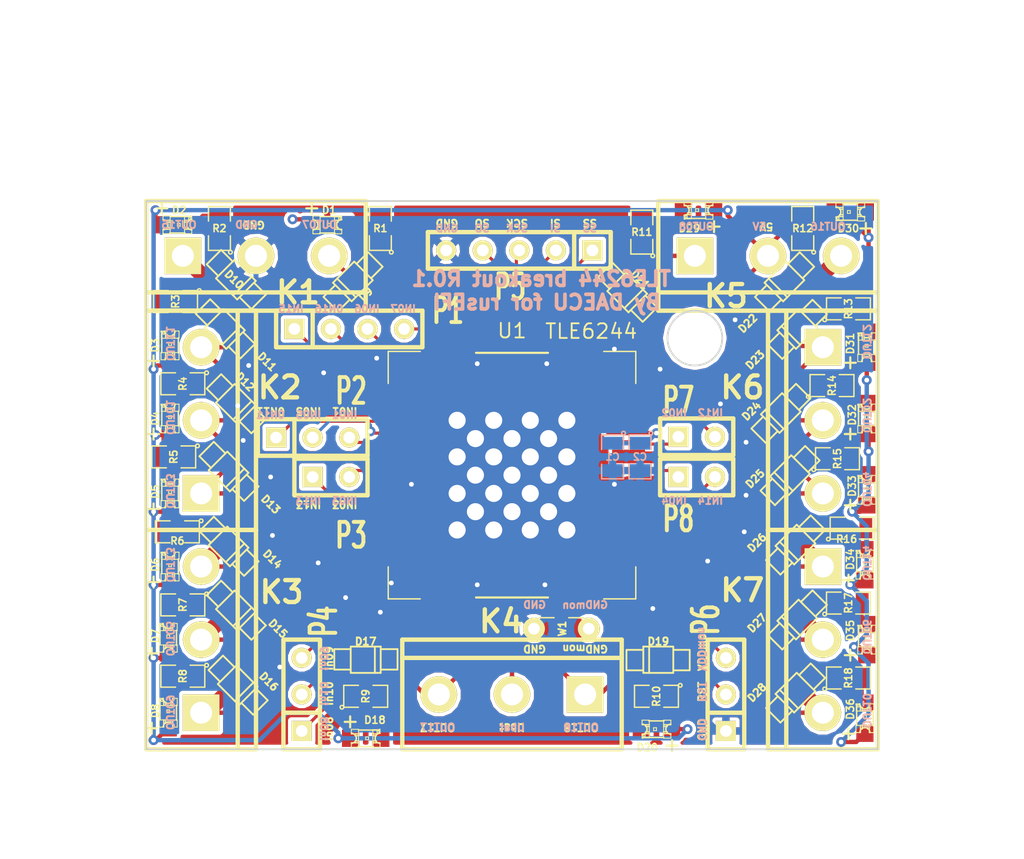
<source format=kicad_pcb>
(kicad_pcb (version 3) (host pcbnew "(2013-07-07 BZR 4022)-stable")
  (title_block (title "Breakout TLE6244") (rev R.01) (company http://rusefi.com/))
  (layers (15 F.Cu signal) (2 PWR power hide) (1 GND power hide) (0 B.Cu signal) (18 B.Paste user) (19 F.Paste user) (20 B.SilkS user) (21 F.SilkS user) (22 B.Mask user) (23 F.Mask user) (28 Edge.Cuts user))
  (net 0 "")
  (net 1 /5v)
  (net 2 /GNDmon)
  (net 3 /RST)
  (net 4 /SCK)
  (net 5 /SI)
  (net 6 /SO)
  (net 7 /SS)
  (net 8 /Ubatt)
  (net 9 /VDDmon)
  (net 10 /in01)
  (net 11 /in02)
  (net 12 /in03)
  (net 13 /in04)
  (net 14 /in05)
  (net 15 /in06)
  (net 16 /in07)
  (net 17 /in08)
  (net 18 /in09)
  (net 19 /in10)
  (net 20 /in11)
  (net 21 /in12)
  (net 22 /in13)
  (net 23 /in14)
  (net 24 /in15)
  (net 25 /in16)
  (net 26 /out01)
  (net 27 /out02)
  (net 28 /out03)
  (net 29 /out04)
  (net 30 /out05)
  (net 31 /out06)
  (net 32 /out07)
  (net 33 /out08)
  (net 34 /out09)
  (net 35 /out10)
  (net 36 /out11)
  (net 37 /out12)
  (net 38 /out13)
  (net 39 /out14)
  (net 40 /out15)
  (net 41 /out16)
  (net 42 /out17)
  (net 43 /out18)
  (net 44 GND)
  (net 45 N-0000026)
  (net 46 N-0000028)
  (net 47 N-0000029)
  (net 48 N-0000030)
  (net 49 N-0000033)
  (net 50 N-0000034)
  (net 51 N-0000039)
  (net 52 N-0000040)
  (net 53 N-0000041)
  (net 54 N-0000042)
  (net 55 N-0000043)
  (net 56 N-0000044)
  (net 57 N-0000059)
  (net 58 N-0000060)
  (net 59 N-0000061)
  (net 60 N-0000062)
  (net 61 N-0000063)
  (net 62 N-0000064)
  (net 63 N-0000065)
  (net 64 N-0000066)
  (net 65 N-0000068)
  (net 66 N-0000069)
  (net 67 N-0000070)
  (net 68 N-0000071)
  (net 69 N-0000072)
  (net 70 N-0000073)
  (net 71 N-0000074)
  (net 72 N-0000075)
  (net 73 N-0000076)
  (net 74 N-0000077)
  (net 75 N-0000078)
  (net 76 N-0000079)
  (net 77 N-0000080)
  (net 78 N-0000081)
  (net 79 N-0000083)
  (net 80 N-0000084)
  (module SIL-3 (layer F.Cu) (at 212.217 145.9738)
    (fp_text reference P2 (at 2.667 -3.2258) (layer F.SilkS) (effects (font (size 1.7907 1.07696) (thickness 0.3048))))
    (fp_text value CONN_3 hide)
    (pad 1 thru_hole rect (at -2.54 0) (size 1.397 1.397) (drill 0.8128) (layers *.Cu *.Mask F.SilkS) (net 20 /in11))
    (pad 2 thru_hole circle (at 0 0) (size 1.397 1.397) (drill 0.8128) (layers *.Cu *.Mask F.SilkS) (net 14 /in05))
    (pad 3 thru_hole circle (at 2.54 0) (size 1.397 1.397) (drill 0.8128) (layers *.Cu *.Mask F.SilkS) (net 10 /in01))
  )
  (module SOD-123 (layer F.Cu) (at 206.375 153.543 315)
    (fp_text reference D14 (at 2.783879 -1.526644 315) (layer F.SilkS) (effects (font (size 0.508 0.508) (thickness 0.127))))
    (fp_text value DIODE hide)
    (pad 1 smd rect (at -1.6256 -0.0254 315) (size 0.9652 1.27) (layers F.Cu F.Paste F.Mask) (net 70 N-0000073))
    (pad 2 smd rect (at 1.651 -0.0254 315) (size 0.9652 1.27) (layers F.Cu F.Paste F.Mask) (net 38 /out13))
  )
  (module SOD-123 (layer F.Cu) (at 245.872 158.623 225)
    (fp_text reference D27 (at 2.155261 1.796051 225) (layer F.SilkS) (effects (font (size 0.508 0.508) (thickness 0.127))))
    (fp_text value DIODE hide)
    (pad 1 smd rect (at -1.6256 -0.0254 225) (size 0.9652 1.27) (layers F.Cu F.Paste F.Mask) (net 57 N-0000059))
    (pad 2 smd rect (at 1.651 -0.0254 225) (size 0.9652 1.27) (layers F.Cu F.Paste F.Mask) (net 31 /out06))
  )
  (module SOD-123 (layer F.Cu) (at 245.745 153.416 225)
    (fp_text reference D26 (at 1.796051 1.975656 225) (layer F.SilkS) (effects (font (size 0.508 0.508) (thickness 0.127))))
    (fp_text value DIODE hide)
    (pad 1 smd rect (at -1.6256 -0.0254 225) (size 0.9652 1.27) (layers F.Cu F.Paste F.Mask) (net 61 N-0000063))
    (pad 2 smd rect (at 1.651 -0.0254 225) (size 0.9652 1.27) (layers F.Cu F.Paste F.Mask) (net 39 /out14))
  )
  (module SOD-123 (layer F.Cu) (at 245.364 148.59 225)
    (fp_text reference D25 (at 1.885854 1.526644 225) (layer F.SilkS) (effects (font (size 0.508 0.508) (thickness 0.127))))
    (fp_text value DIODE hide)
    (pad 1 smd rect (at -1.6256 -0.0254 225) (size 0.9652 1.27) (layers F.Cu F.Paste F.Mask) (net 63 N-0000065))
    (pad 2 smd rect (at 1.651 -0.0254 225) (size 0.9652 1.27) (layers F.Cu F.Paste F.Mask) (net 29 /out04))
  )
  (module SOD-123 (layer F.Cu) (at 245.745 163.703 225)
    (fp_text reference D28 (at 1.885854 1.885854 225) (layer F.SilkS) (effects (font (size 0.508 0.508) (thickness 0.127))))
    (fp_text value DIODE hide)
    (pad 1 smd rect (at -1.6256 -0.0254 225) (size 0.9652 1.27) (layers F.Cu F.Paste F.Mask) (net 58 N-0000060))
    (pad 2 smd rect (at 1.651 -0.0254 225) (size 0.9652 1.27) (layers F.Cu F.Paste F.Mask) (net 35 /out10))
  )
  (module SOD-123 (layer F.Cu) (at 244.729 144.272 225)
    (fp_text reference D24 (at 1.347038 1.526644 225) (layer F.SilkS) (effects (font (size 0.508 0.508) (thickness 0.127))))
    (fp_text value DIODE hide)
    (pad 1 smd rect (at -1.6256 -0.0254 225) (size 0.9652 1.27) (layers F.Cu F.Paste F.Mask) (net 75 N-0000078))
    (pad 2 smd rect (at 1.651 -0.0254 225) (size 0.9652 1.27) (layers F.Cu F.Paste F.Mask) (net 27 /out02))
  )
  (module SOD-123 (layer F.Cu) (at 206.883 135.001 315)
    (fp_text reference D10 (at -0.089803 0.089803 315) (layer F.SilkS) (effects (font (size 0.508 0.508) (thickness 0.127))))
    (fp_text value DIODE hide)
    (pad 1 smd rect (at -1.6256 -0.0254 315) (size 0.9652 1.27) (layers F.Cu F.Paste F.Mask) (net 56 N-0000044))
    (pad 2 smd rect (at 1.651 -0.0254 315) (size 0.9652 1.27) (layers F.Cu F.Paste F.Mask) (net 40 /out15))
  )
  (module SOD-123 (layer F.Cu) (at 245.872 138.43 225)
    (fp_text reference D23 (at 3.592102 0.538815 225) (layer F.SilkS) (effects (font (size 0.508 0.508) (thickness 0.127))))
    (fp_text value DIODE hide)
    (pad 1 smd rect (at -1.6256 -0.0254 225) (size 0.9652 1.27) (layers F.Cu F.Paste F.Mask) (net 77 N-0000080))
    (pad 2 smd rect (at 1.651 -0.0254 225) (size 0.9652 1.27) (layers F.Cu F.Paste F.Mask) (net 37 /out12))
  )
  (module SOD-123 (layer F.Cu) (at 207.01 163.195 315)
    (fp_text reference D16 (at 1.347038 -1.706249 315) (layer F.SilkS) (effects (font (size 0.508 0.508) (thickness 0.127))))
    (fp_text value DIODE hide)
    (pad 1 smd rect (at -1.6256 -0.0254 315) (size 0.9652 1.27) (layers F.Cu F.Paste F.Mask) (net 79 N-0000083))
    (pad 2 smd rect (at 1.651 -0.0254 315) (size 0.9652 1.27) (layers F.Cu F.Paste F.Mask) (net 34 /out09))
  )
  (module SOD-123 (layer F.Cu) (at 236.22 161.417 180)
    (fp_text reference D19 (at 0 1.27 180) (layer F.SilkS) (effects (font (size 0.508 0.508) (thickness 0.127))))
    (fp_text value DIODE hide)
    (pad 1 smd rect (at -1.6256 -0.0254 180) (size 0.9652 1.27) (layers F.Cu F.Paste F.Mask) (net 65 N-0000068))
    (pad 2 smd rect (at 1.651 -0.0254 180) (size 0.9652 1.27) (layers F.Cu F.Paste F.Mask) (net 43 /out18))
  )
  (module SOD-123 (layer F.Cu) (at 206.883 157.988 315)
    (fp_text reference D15 (at 2.963485 -1.167433 315) (layer F.SilkS) (effects (font (size 0.508 0.508) (thickness 0.127))))
    (fp_text value DIODE hide)
    (pad 1 smd rect (at -1.6256 -0.0254 315) (size 0.9652 1.27) (layers F.Cu F.Paste F.Mask) (net 69 N-0000072))
    (pad 2 smd rect (at 1.651 -0.0254 315) (size 0.9652 1.27) (layers F.Cu F.Paste F.Mask) (net 30 /out05))
  )
  (module SOD-123 (layer F.Cu) (at 215.011 135.128 225)
    (fp_text reference D9 (at 0 -1.27 225) (layer F.SilkS) (effects (font (size 0.508 0.508) (thickness 0.127))))
    (fp_text value DIODE hide)
    (pad 1 smd rect (at -1.6256 -0.0254 225) (size 0.9652 1.27) (layers F.Cu F.Paste F.Mask) (net 45 N-0000026))
    (pad 2 smd rect (at 1.651 -0.0254 225) (size 0.9652 1.27) (layers F.Cu F.Paste F.Mask) (net 32 /out07))
  )
  (module SOD-123 (layer F.Cu) (at 206.375 148.336 315)
    (fp_text reference D13 (at 3.681905 -0.449013 315) (layer F.SilkS) (effects (font (size 0.508 0.508) (thickness 0.127))))
    (fp_text value DIODE hide)
    (pad 1 smd rect (at -1.6256 -0.0254 315) (size 0.9652 1.27) (layers F.Cu F.Paste F.Mask) (net 72 N-0000075))
    (pad 2 smd rect (at 1.651 -0.0254 315) (size 0.9652 1.27) (layers F.Cu F.Paste F.Mask) (net 28 /out03))
  )
  (module SOD-123 (layer F.Cu) (at 206.883 143.637 315)
    (fp_text reference D12 (at -0.628618 -1.526644 315) (layer F.SilkS) (effects (font (size 0.508 0.508) (thickness 0.127))))
    (fp_text value DIODE hide)
    (pad 1 smd rect (at -1.6256 -0.0254 315) (size 0.9652 1.27) (layers F.Cu F.Paste F.Mask) (net 73 N-0000076))
    (pad 2 smd rect (at 1.651 -0.0254 315) (size 0.9652 1.27) (layers F.Cu F.Paste F.Mask) (net 26 /out01))
  )
  (module SOD-123 (layer F.Cu) (at 206.121 138.43 315)
    (fp_text reference D11 (at 3.681905 -0.449013 315) (layer F.SilkS) (effects (font (size 0.508 0.508) (thickness 0.127))))
    (fp_text value DIODE hide)
    (pad 1 smd rect (at -1.6256 -0.0254 315) (size 0.9652 1.27) (layers F.Cu F.Paste F.Mask) (net 52 N-0000040))
    (pad 2 smd rect (at 1.651 -0.0254 315) (size 0.9652 1.27) (layers F.Cu F.Paste F.Mask) (net 36 /out11))
  )
  (module SOD-123 (layer F.Cu) (at 215.9 161.417)
    (fp_text reference D17 (at 0 -1.27) (layer F.SilkS) (effects (font (size 0.508 0.508) (thickness 0.127))))
    (fp_text value DIODE hide)
    (pad 1 smd rect (at -1.6256 -0.0254) (size 0.9652 1.27) (layers F.Cu F.Paste F.Mask) (net 49 N-0000033))
    (pad 2 smd rect (at 1.651 -0.0254) (size 0.9652 1.27) (layers F.Cu F.Paste F.Mask) (net 42 /out17))
  )
  (module SOD-123 (layer F.Cu) (at 244.983 135.128 225)
    (fp_text reference D22 (at 3.86151 -0.269408 225) (layer F.SilkS) (effects (font (size 0.508 0.508) (thickness 0.127))))
    (fp_text value DIODE hide)
    (pad 1 smd rect (at -1.6256 -0.0254 225) (size 0.9652 1.27) (layers F.Cu F.Paste F.Mask) (net 53 N-0000041))
    (pad 2 smd rect (at 1.651 -0.0254 225) (size 0.9652 1.27) (layers F.Cu F.Paste F.Mask) (net 41 /out16))
  )
  (module SOD-123 (layer F.Cu) (at 234.061 135.89 315)
    (fp_text reference D21 (at 0 -1.27 315) (layer F.SilkS) (effects (font (size 0.508 0.508) (thickness 0.127))))
    (fp_text value DIODE hide)
    (pad 1 smd rect (at -1.6256 -0.0254 315) (size 0.9652 1.27) (layers F.Cu F.Paste F.Mask) (net 46 N-0000028))
    (pad 2 smd rect (at 1.651 -0.0254 315) (size 0.9652 1.27) (layers F.Cu F.Paste F.Mask) (net 33 /out08))
  )
  (module SM0805_jumper (layer F.Cu) (at 229.489 159.258)
    (fp_text reference W1 (at 0.0635 0 90) (layer F.SilkS) (effects (font (size 0.508 0.508) (thickness 0.127))))
    (fp_text value TEST hide)
    (pad 2 smd rect (at 1.27 0) (size 1.524 0.2032) (layers F.Cu F.Paste F.Mask) (net 2 /GNDmon))
    (pad 1 smd rect (at -0.9525 0) (size 0.889 1.397) (layers F.Cu F.Paste F.Mask) (net 44 GND))
    (pad 2 smd rect (at 0.9525 0) (size 0.889 1.397) (layers F.Cu F.Paste F.Mask) (net 2 /GNDmon))
    (pad 2 thru_hole circle (at 1.905 0) (size 1.524 1.524) (drill 0.8128) (layers *.Cu *.Mask F.SilkS) (net 2 /GNDmon))
    (pad 1 thru_hole circle (at -1.905 0) (size 1.524 1.524) (drill 0.8128) (layers *.Cu *.Mask F.SilkS) (net 44 GND))
    (pad 1 smd rect (at -1.27 0) (size 1.524 0.2032) (layers F.Cu F.Paste F.Mask) (net 44 GND))
  )
  (module SM0805 (layer F.Cu) (at 249.428 137.033)
    (fp_text reference R13 (at 0 0 90) (layer F.SilkS) (effects (font (size 0.50038 0.50038) (thickness 0.10922))))
    (fp_text value 1K hide)
    (pad 1 smd rect (at -0.9525 0) (size 0.889 1.397) (layers F.Cu F.Paste F.Mask) (net 77 N-0000080))
    (pad 2 smd rect (at 0.9525 0) (size 0.889 1.397) (layers F.Cu F.Paste F.Mask) (net 78 N-0000081))
  )
  (module SM0805 (layer F.Cu) (at 249.428 157.48)
    (fp_text reference R17 (at 0 0 90) (layer F.SilkS) (effects (font (size 0.50038 0.50038) (thickness 0.10922))))
    (fp_text value 1K hide)
    (pad 1 smd rect (at -0.9525 0) (size 0.889 1.397) (layers F.Cu F.Paste F.Mask) (net 57 N-0000059))
    (pad 2 smd rect (at 0.9525 0) (size 0.889 1.397) (layers F.Cu F.Paste F.Mask) (net 60 N-0000062))
  )
  (module SM0805 (layer F.Cu) (at 215.9 163.957)
    (fp_text reference R9 (at 0 0 90) (layer F.SilkS) (effects (font (size 0.50038 0.50038) (thickness 0.10922))))
    (fp_text value 1K hide)
    (pad 1 smd rect (at -0.9525 0) (size 0.889 1.397) (layers F.Cu F.Paste F.Mask) (net 49 N-0000033))
    (pad 2 smd rect (at 0.9525 0) (size 0.889 1.397) (layers F.Cu F.Paste F.Mask) (net 50 N-0000034))
  )
  (module SM0805 (layer F.Cu) (at 249.428 162.687)
    (fp_text reference R18 (at 0 0 90) (layer F.SilkS) (effects (font (size 0.50038 0.50038) (thickness 0.10922))))
    (fp_text value 1K hide)
    (pad 1 smd rect (at -0.9525 0) (size 0.889 1.397) (layers F.Cu F.Paste F.Mask) (net 58 N-0000060))
    (pad 2 smd rect (at 0.9525 0) (size 0.889 1.397) (layers F.Cu F.Paste F.Mask) (net 59 N-0000061))
  )
  (module SM0805 (layer F.Cu) (at 249.682 152.273)
    (fp_text reference R16 (at -0.381 0.762) (layer F.SilkS) (effects (font (size 0.50038 0.50038) (thickness 0.10922))))
    (fp_text value 1K hide)
    (pad 1 smd rect (at -0.9525 0) (size 0.889 1.397) (layers F.Cu F.Paste F.Mask) (net 61 N-0000063))
    (pad 2 smd rect (at 0.9525 0) (size 0.889 1.397) (layers F.Cu F.Paste F.Mask) (net 62 N-0000064))
  )
  (module SM0805 (layer F.Cu) (at 248.666 147.447)
    (fp_text reference R15 (at 0 0 90) (layer F.SilkS) (effects (font (size 0.50038 0.50038) (thickness 0.10922))))
    (fp_text value 1K hide)
    (pad 1 smd rect (at -0.9525 0) (size 0.889 1.397) (layers F.Cu F.Paste F.Mask) (net 63 N-0000065))
    (pad 2 smd rect (at 0.9525 0) (size 0.889 1.397) (layers F.Cu F.Paste F.Mask) (net 64 N-0000066))
  )
  (module SM0805 (layer F.Cu) (at 205.74 131.445 90)
    (fp_text reference R2 (at 0 0 180) (layer F.SilkS) (effects (font (size 0.50038 0.50038) (thickness 0.10922))))
    (fp_text value 1K hide)
    (pad 1 smd rect (at -0.9525 0 90) (size 0.889 1.397) (layers F.Cu F.Paste F.Mask) (net 56 N-0000044))
    (pad 2 smd rect (at 0.9525 0 90) (size 0.889 1.397) (layers F.Cu F.Paste F.Mask) (net 55 N-0000043))
  )
  (module SM0805 (layer B.Cu) (at 233.045 147.32 270)
    (fp_text reference C1 (at 0 0 540) (layer B.SilkS) (effects (font (size 0.50038 0.50038) (thickness 0.10922)) (justify mirror)))
    (fp_text value 1uF hide)
    (pad 1 smd rect (at -0.9525 0 270) (size 0.889 1.397) (layers B.Cu B.Paste B.Mask) (net 1 /5v))
    (pad 2 smd rect (at 0.9525 0 270) (size 0.889 1.397) (layers B.Cu B.Paste B.Mask) (net 44 GND))
  )
  (module SM0805 (layer F.Cu) (at 248.285 142.367)
    (fp_text reference R14 (at 0 0 90) (layer F.SilkS) (effects (font (size 0.50038 0.50038) (thickness 0.10922))))
    (fp_text value 1K hide)
    (pad 1 smd rect (at -0.9525 0) (size 0.889 1.397) (layers F.Cu F.Paste F.Mask) (net 75 N-0000078))
    (pad 2 smd rect (at 0.9525 0) (size 0.889 1.397) (layers F.Cu F.Paste F.Mask) (net 76 N-0000079))
  )
  (module SM0805 (layer F.Cu) (at 246.253 131.445 90)
    (fp_text reference R12 (at 0 0 180) (layer F.SilkS) (effects (font (size 0.50038 0.50038) (thickness 0.10922))))
    (fp_text value 1K hide)
    (pad 1 smd rect (at -0.9525 0 90) (size 0.889 1.397) (layers F.Cu F.Paste F.Mask) (net 53 N-0000041))
    (pad 2 smd rect (at 0.9525 0 90) (size 0.889 1.397) (layers F.Cu F.Paste F.Mask) (net 54 N-0000042))
  )
  (module SM0805 (layer F.Cu) (at 236.093 163.957 180)
    (fp_text reference R10 (at 0 0 270) (layer F.SilkS) (effects (font (size 0.50038 0.50038) (thickness 0.10922))))
    (fp_text value 1K hide)
    (pad 1 smd rect (at -0.9525 0 180) (size 0.889 1.397) (layers F.Cu F.Paste F.Mask) (net 65 N-0000068))
    (pad 2 smd rect (at 0.9525 0 180) (size 0.889 1.397) (layers F.Cu F.Paste F.Mask) (net 66 N-0000069))
  )
  (module SM0805 (layer B.Cu) (at 234.95 147.32 270)
    (fp_text reference C2 (at 0 0 540) (layer B.SilkS) (effects (font (size 0.50038 0.50038) (thickness 0.10922)) (justify mirror)))
    (fp_text value .01uF hide)
    (pad 1 smd rect (at -0.9525 0 270) (size 0.889 1.397) (layers B.Cu B.Paste B.Mask) (net 1 /5v))
    (pad 2 smd rect (at 0.9525 0 270) (size 0.889 1.397) (layers B.Cu B.Paste B.Mask) (net 44 GND))
  )
  (module SM0805 (layer F.Cu) (at 203.2 162.56 180)
    (fp_text reference R8 (at 0 0 270) (layer F.SilkS) (effects (font (size 0.50038 0.50038) (thickness 0.10922))))
    (fp_text value 1K hide)
    (pad 1 smd rect (at -0.9525 0 180) (size 0.889 1.397) (layers F.Cu F.Paste F.Mask) (net 79 N-0000083))
    (pad 2 smd rect (at 0.9525 0 180) (size 0.889 1.397) (layers F.Cu F.Paste F.Mask) (net 80 N-0000084))
  )
  (module SM0805 (layer F.Cu) (at 202.692 136.525 180)
    (fp_text reference R3 (at 0 0 270) (layer F.SilkS) (effects (font (size 0.50038 0.50038) (thickness 0.10922))))
    (fp_text value 1K hide)
    (pad 1 smd rect (at -0.9525 0 180) (size 0.889 1.397) (layers F.Cu F.Paste F.Mask) (net 52 N-0000040))
    (pad 2 smd rect (at 0.9525 0 180) (size 0.889 1.397) (layers F.Cu F.Paste F.Mask) (net 51 N-0000039))
  )
  (module SM0805 (layer F.Cu) (at 216.916 131.445 90)
    (fp_text reference R1 (at 0 0 180) (layer F.SilkS) (effects (font (size 0.50038 0.50038) (thickness 0.10922))))
    (fp_text value 1K hide)
    (pad 1 smd rect (at -0.9525 0 90) (size 0.889 1.397) (layers F.Cu F.Paste F.Mask) (net 45 N-0000026))
    (pad 2 smd rect (at 0.9525 0 90) (size 0.889 1.397) (layers F.Cu F.Paste F.Mask) (net 48 N-0000030))
  )
  (module SM0805 (layer F.Cu) (at 203.2 157.607 180)
    (fp_text reference R7 (at 0 0 270) (layer F.SilkS) (effects (font (size 0.50038 0.50038) (thickness 0.10922))))
    (fp_text value 1K hide)
    (pad 1 smd rect (at -0.9525 0 180) (size 0.889 1.397) (layers F.Cu F.Paste F.Mask) (net 69 N-0000072))
    (pad 2 smd rect (at 0.9525 0 180) (size 0.889 1.397) (layers F.Cu F.Paste F.Mask) (net 68 N-0000071))
  )
  (module SM0805 (layer F.Cu) (at 202.819 152.527 180)
    (fp_text reference R6 (at 0 -0.635 180) (layer F.SilkS) (effects (font (size 0.50038 0.50038) (thickness 0.10922))))
    (fp_text value 1K hide)
    (pad 1 smd rect (at -0.9525 0 180) (size 0.889 1.397) (layers F.Cu F.Paste F.Mask) (net 70 N-0000073))
    (pad 2 smd rect (at 0.9525 0 180) (size 0.889 1.397) (layers F.Cu F.Paste F.Mask) (net 71 N-0000074))
  )
  (module SM0805 (layer F.Cu) (at 235.077 131.699 90)
    (fp_text reference R11 (at 0 0 180) (layer F.SilkS) (effects (font (size 0.50038 0.50038) (thickness 0.10922))))
    (fp_text value 1K hide)
    (pad 1 smd rect (at -0.9525 0 90) (size 0.889 1.397) (layers F.Cu F.Paste F.Mask) (net 46 N-0000028))
    (pad 2 smd rect (at 0.9525 0 90) (size 0.889 1.397) (layers F.Cu F.Paste F.Mask) (net 47 N-0000029))
  )
  (module SM0805 (layer F.Cu) (at 202.565 147.32 180)
    (fp_text reference R5 (at 0 0 270) (layer F.SilkS) (effects (font (size 0.50038 0.50038) (thickness 0.10922))))
    (fp_text value 1K hide)
    (pad 1 smd rect (at -0.9525 0 180) (size 0.889 1.397) (layers F.Cu F.Paste F.Mask) (net 72 N-0000075))
    (pad 2 smd rect (at 0.9525 0 180) (size 0.889 1.397) (layers F.Cu F.Paste F.Mask) (net 67 N-0000070))
  )
  (module SM0805 (layer F.Cu) (at 203.2 142.24 180)
    (fp_text reference R4 (at 0 0 270) (layer F.SilkS) (effects (font (size 0.50038 0.50038) (thickness 0.10922))))
    (fp_text value 1K hide)
    (pad 1 smd rect (at -0.9525 0 180) (size 0.889 1.397) (layers F.Cu F.Paste F.Mask) (net 73 N-0000076))
    (pad 2 smd rect (at 0.9525 0 180) (size 0.889 1.397) (layers F.Cu F.Paste F.Mask) (net 74 N-0000077))
  )
  (module LED-0805_A (layer F.Cu) (at 215.9 166.878)
    (fp_text reference D18 (at 0.635 -1.27) (layer F.SilkS) (effects (font (size 0.508 0.508) (thickness 0.10922))))
    (fp_text value LED-red hide)
    (pad 1 smd rect (at -1.04902 0) (size 1.19888 1.19888) (layers F.Cu F.Paste F.Mask) (net 1 /5v))
    (pad 2 smd rect (at 1.04902 0) (size 1.19888 1.19888) (layers F.Cu F.Paste F.Mask) (net 50 N-0000034))
  )
  (module LED-0805_A (layer F.Cu) (at 239.014 130.175 180)
    (fp_text reference D29 (at 0.635 -1.27 180) (layer F.SilkS) (effects (font (size 0.508 0.508) (thickness 0.10922))))
    (fp_text value LED-red hide)
    (pad 1 smd rect (at -1.04902 0 180) (size 1.19888 1.19888) (layers F.Cu F.Paste F.Mask) (net 1 /5v))
    (pad 2 smd rect (at 1.04902 0 180) (size 1.19888 1.19888) (layers F.Cu F.Paste F.Mask) (net 47 N-0000029))
  )
  (module LED-0805_A (layer F.Cu) (at 202.311 149.86 90)
    (fp_text reference D5 (at 0.127 -1.016 90) (layer F.SilkS) (effects (font (size 0.508 0.508) (thickness 0.10922))))
    (fp_text value LED-red hide)
    (pad 1 smd rect (at -1.04902 0 90) (size 1.19888 1.19888) (layers F.Cu F.Paste F.Mask) (net 1 /5v))
    (pad 2 smd rect (at 1.04902 0 90) (size 1.19888 1.19888) (layers F.Cu F.Paste F.Mask) (net 67 N-0000070))
  )
  (module LED-0805_A (layer F.Cu) (at 202.311 154.94 90)
    (fp_text reference D6 (at 0.127 -1.016 90) (layer F.SilkS) (effects (font (size 0.508 0.508) (thickness 0.10922))))
    (fp_text value LED-red hide)
    (pad 1 smd rect (at -1.04902 0 90) (size 1.19888 1.19888) (layers F.Cu F.Paste F.Mask) (net 1 /5v))
    (pad 2 smd rect (at 1.04902 0 90) (size 1.19888 1.19888) (layers F.Cu F.Paste F.Mask) (net 71 N-0000074))
  )
  (module LED-0805_A (layer F.Cu) (at 213.233 131.191)
    (fp_text reference D1 (at 0.127 -1.016) (layer F.SilkS) (effects (font (size 0.508 0.508) (thickness 0.10922))))
    (fp_text value LED-red hide)
    (pad 1 smd rect (at -1.04902 0) (size 1.19888 1.19888) (layers F.Cu F.Paste F.Mask) (net 1 /5v))
    (pad 2 smd rect (at 1.04902 0) (size 1.19888 1.19888) (layers F.Cu F.Paste F.Mask) (net 48 N-0000030))
  )
  (module LED-0805_A (layer F.Cu) (at 202.184 159.893 90)
    (fp_text reference D7 (at 0.127 -0.889 90) (layer F.SilkS) (effects (font (size 0.508 0.508) (thickness 0.10922))))
    (fp_text value LED-red hide)
    (pad 1 smd rect (at -1.04902 0 90) (size 1.19888 1.19888) (layers F.Cu F.Paste F.Mask) (net 1 /5v))
    (pad 2 smd rect (at 1.04902 0 90) (size 1.19888 1.19888) (layers F.Cu F.Paste F.Mask) (net 68 N-0000071))
  )
  (module LED-0805_A (layer F.Cu) (at 202.311 144.653 90)
    (fp_text reference D4 (at 0 -1.016 90) (layer F.SilkS) (effects (font (size 0.508 0.508) (thickness 0.10922))))
    (fp_text value LED-red hide)
    (pad 1 smd rect (at -1.04902 0 90) (size 1.19888 1.19888) (layers F.Cu F.Paste F.Mask) (net 1 /5v))
    (pad 2 smd rect (at 1.04902 0 90) (size 1.19888 1.19888) (layers F.Cu F.Paste F.Mask) (net 74 N-0000077))
  )
  (module LED-0805_A (layer F.Cu) (at 202.311 139.573 90)
    (fp_text reference D3 (at 0 -1.016 90) (layer F.SilkS) (effects (font (size 0.508 0.508) (thickness 0.10922))))
    (fp_text value LED-red hide)
    (pad 1 smd rect (at -1.04902 0 90) (size 1.19888 1.19888) (layers F.Cu F.Paste F.Mask) (net 1 /5v))
    (pad 2 smd rect (at 1.04902 0 90) (size 1.19888 1.19888) (layers F.Cu F.Paste F.Mask) (net 51 N-0000039))
  )
  (module LED-0805_A (layer F.Cu) (at 249.555 130.302 180)
    (fp_text reference D30 (at 0.127 -1.143 180) (layer F.SilkS) (effects (font (size 0.508 0.508) (thickness 0.10922))))
    (fp_text value LED-red hide)
    (pad 1 smd rect (at -1.04902 0 180) (size 1.19888 1.19888) (layers F.Cu F.Paste F.Mask) (net 1 /5v))
    (pad 2 smd rect (at 1.04902 0 180) (size 1.19888 1.19888) (layers F.Cu F.Paste F.Mask) (net 54 N-0000042))
  )
  (module LED-0805_A (layer F.Cu) (at 202.819 131.191)
    (fp_text reference D2 (at 0.127 -1.016) (layer F.SilkS) (effects (font (size 0.508 0.508) (thickness 0.10922))))
    (fp_text value LED-red hide)
    (pad 1 smd rect (at -1.04902 0) (size 1.19888 1.19888) (layers F.Cu F.Paste F.Mask) (net 1 /5v))
    (pad 2 smd rect (at 1.04902 0) (size 1.19888 1.19888) (layers F.Cu F.Paste F.Mask) (net 55 N-0000043))
  )
  (module LED-0805_A (layer F.Cu) (at 250.698 160.02 90)
    (fp_text reference D35 (at 0.635 -1.143 90) (layer F.SilkS) (effects (font (size 0.508 0.508) (thickness 0.10922))))
    (fp_text value LED-red hide)
    (pad 1 smd rect (at -1.04902 0 90) (size 1.19888 1.19888) (layers F.Cu F.Paste F.Mask) (net 1 /5v))
    (pad 2 smd rect (at 1.04902 0 90) (size 1.19888 1.19888) (layers F.Cu F.Paste F.Mask) (net 60 N-0000062))
  )
  (module LED-0805_A (layer F.Cu) (at 202.184 165.1 90)
    (fp_text reference D8 (at 0.127 -0.889 90) (layer F.SilkS) (effects (font (size 0.508 0.508) (thickness 0.10922))))
    (fp_text value LED-red hide)
    (pad 1 smd rect (at -1.04902 0 90) (size 1.19888 1.19888) (layers F.Cu F.Paste F.Mask) (net 1 /5v))
    (pad 2 smd rect (at 1.04902 0 90) (size 1.19888 1.19888) (layers F.Cu F.Paste F.Mask) (net 80 N-0000084))
  )
  (module LED-0805_A (layer F.Cu) (at 236.093 166.243 180)
    (fp_text reference D20 (at 0.635 -1.27 180) (layer F.SilkS) (effects (font (size 0.508 0.508) (thickness 0.10922))))
    (fp_text value LED-red hide)
    (pad 1 smd rect (at -1.04902 0 180) (size 1.19888 1.19888) (layers F.Cu F.Paste F.Mask) (net 1 /5v))
    (pad 2 smd rect (at 1.04902 0 180) (size 1.19888 1.19888) (layers F.Cu F.Paste F.Mask) (net 66 N-0000069))
  )
  (module LED-0805_A (layer F.Cu) (at 250.698 139.7 90)
    (fp_text reference D31 (at 0.254 -1.143 90) (layer F.SilkS) (effects (font (size 0.508 0.508) (thickness 0.10922))))
    (fp_text value LED-red hide)
    (pad 1 smd rect (at -1.04902 0 90) (size 1.19888 1.19888) (layers F.Cu F.Paste F.Mask) (net 1 /5v))
    (pad 2 smd rect (at 1.04902 0 90) (size 1.19888 1.19888) (layers F.Cu F.Paste F.Mask) (net 78 N-0000081))
  )
  (module LED-0805_A (layer F.Cu) (at 250.698 144.653 90)
    (fp_text reference D32 (at 0.254 -1.016 90) (layer F.SilkS) (effects (font (size 0.508 0.508) (thickness 0.10922))))
    (fp_text value LED-red hide)
    (pad 1 smd rect (at -1.04902 0 90) (size 1.19888 1.19888) (layers F.Cu F.Paste F.Mask) (net 1 /5v))
    (pad 2 smd rect (at 1.04902 0 90) (size 1.19888 1.19888) (layers F.Cu F.Paste F.Mask) (net 76 N-0000079))
  )
  (module LED-0805_A (layer F.Cu) (at 250.698 149.606 90)
    (fp_text reference D33 (at 0.254 -1.016 90) (layer F.SilkS) (effects (font (size 0.508 0.508) (thickness 0.10922))))
    (fp_text value LED-red hide)
    (pad 1 smd rect (at -1.04902 0 90) (size 1.19888 1.19888) (layers F.Cu F.Paste F.Mask) (net 1 /5v))
    (pad 2 smd rect (at 1.04902 0 90) (size 1.19888 1.19888) (layers F.Cu F.Paste F.Mask) (net 64 N-0000066))
  )
  (module LED-0805_A (layer F.Cu) (at 250.571 165.481 90)
    (fp_text reference D36 (at 0.635 -1.016 90) (layer F.SilkS) (effects (font (size 0.508 0.508) (thickness 0.10922))))
    (fp_text value LED-red hide)
    (pad 1 smd rect (at -1.04902 0 90) (size 1.19888 1.19888) (layers F.Cu F.Paste F.Mask) (net 1 /5v))
    (pad 2 smd rect (at 1.04902 0 90) (size 1.19888 1.19888) (layers F.Cu F.Paste F.Mask) (net 59 N-0000061))
  )
  (module LED-0805_A (layer F.Cu) (at 250.571 154.813 90)
    (fp_text reference D34 (at 0.381 -1.016 90) (layer F.SilkS) (effects (font (size 0.508 0.508) (thickness 0.10922))))
    (fp_text value LED-red hide)
    (pad 1 smd rect (at -1.04902 0 90) (size 1.19888 1.19888) (layers F.Cu F.Paste F.Mask) (net 1 /5v))
    (pad 2 smd rect (at 1.04902 0 90) (size 1.19888 1.19888) (layers F.Cu F.Paste F.Mask) (net 62 N-0000064))
  )
  (module HiQUAD64 (layer F.Cu) (at 226.06 148.59)
    (fp_text reference U1 (at 0 -10.033) (layer F.SilkS) (effects (font (size 1.016 1.016) (thickness 0.127))))
    (fp_text value TLE6244 (at 5.5 -10) (layer F.SilkS) (effects (font (size 1.016 1.016) (thickness 0.127))))
    (pad 1 smd rect (at -8.09752 -6.17474 90) (size 0.29972 2.286) (layers F.Cu F.Paste F.Mask) (net 24 /in15))
    (pad 2 smd rect (at -8.09752 -5.5245 90) (size 0.29972 2.286) (layers F.Cu F.Paste F.Mask) (net 40 /out15))
    (pad 3 smd rect (at -8.09752 -4.87426 90) (size 0.29972 2.286) (layers F.Cu F.Paste F.Mask) (net 40 /out15))
    (pad 4 smd rect (at -8.09752 -4.22402 90) (size 0.29972 2.286) (layers F.Cu F.Paste F.Mask) (net 36 /out11))
    (pad 5 smd rect (at -8.09752 -3.57378 90) (size 0.29972 2.286) (layers F.Cu F.Paste F.Mask) (net 20 /in11))
    (pad 6 smd rect (at -8.09752 -2.92354 90) (size 0.29972 2.286) (layers F.Cu F.Paste F.Mask) (net 14 /in05))
    (pad 7 smd rect (at -8.09752 -2.2733 90) (size 0.29972 2.286) (layers F.Cu F.Paste F.Mask) (net 10 /in01))
    (pad 8 smd rect (at -8.09752 -1.62306 90) (size 0.29972 2.286) (layers F.Cu F.Paste F.Mask) (net 26 /out01))
    (pad 9 smd rect (at -8.09752 -0.97282 90) (size 0.29972 2.286) (layers F.Cu F.Paste F.Mask) (net 28 /out03))
    (pad 10 smd rect (at -8.09752 -0.32258 90) (size 0.29972 2.286) (layers F.Cu F.Paste F.Mask) (net 12 /in03))
    (pad 11 smd rect (at -8.09752 0.32258 90) (size 0.29972 2.286) (layers F.Cu F.Paste F.Mask) (net 44 GND))
    (pad 12 smd rect (at -8.09752 0.97282 90) (size 0.29972 2.286) (layers F.Cu F.Paste F.Mask) (net 44 GND))
    (pad 13 smd rect (at -8.09752 1.62306 90) (size 0.29972 2.286) (layers F.Cu F.Paste F.Mask) (net 22 /in13))
    (pad 14 smd rect (at -8.09752 2.2733 90) (size 0.29972 2.286) (layers F.Cu F.Paste F.Mask) (net 38 /out13))
    (pad 15 smd rect (at -8.09752 2.92354 90) (size 0.29972 2.286) (layers F.Cu F.Paste F.Mask) (net 38 /out13))
    (pad 16 smd rect (at -8.09752 3.57378 90) (size 0.29972 2.286) (layers F.Cu F.Paste F.Mask) (net 30 /out05))
    (pad 17 smd rect (at -8.09752 4.22402 90) (size 0.29972 2.286) (layers F.Cu F.Paste F.Mask) (net 30 /out05))
    (pad 18 smd rect (at -8.09752 4.87426 90) (size 0.29972 2.286) (layers F.Cu F.Paste F.Mask) (net 34 /out09))
    (pad 19 smd rect (at -8.09752 5.5245 90) (size 0.29972 2.286) (layers F.Cu F.Paste F.Mask) (net 34 /out09))
    (pad 20 smd rect (at -8.09752 6.17474 90) (size 0.29972 2.286) (layers F.Cu F.Paste F.Mask) (net 18 /in09))
    (pad 21 smd rect (at -6.07378 8.09752 180) (size 0.29972 2.286) (layers F.Cu F.Paste F.Mask))
    (pad 22 smd rect (at -5.42354 8.09752 180) (size 0.29972 2.286) (layers F.Cu F.Paste F.Mask) (net 17 /in08))
    (pad 23 smd rect (at -4.7733 8.09752 180) (size 0.29972 2.286) (layers F.Cu F.Paste F.Mask) (net 8 /Ubatt))
    (pad 24 smd rect (at -4.12306 8.09752 180) (size 0.29972 2.286) (layers F.Cu F.Paste F.Mask))
    (pad 25 smd rect (at -3.47282 8.09752 180) (size 0.29972 2.286) (layers F.Cu F.Paste F.Mask) (net 42 /out17))
    (pad 26 smd rect (at -2.82258 8.09752 180) (size 0.29972 2.286) (layers F.Cu F.Paste F.Mask) (net 44 GND))
    (pad 27 smd rect (at 2.82258 8.09752 180) (size 0.29972 2.286) (layers F.Cu F.Paste F.Mask) (net 44 GND))
    (pad 28 smd rect (at 3.47282 8.09752 180) (size 0.29972 2.286) (layers F.Cu F.Paste F.Mask) (net 43 /out18))
    (pad 29 smd rect (at 4.12306 8.09752 180) (size 0.29972 2.286) (layers F.Cu F.Paste F.Mask) (net 2 /GNDmon))
    (pad 30 smd rect (at 4.7733 8.09752 180) (size 0.29972 2.286) (layers F.Cu F.Paste F.Mask) (net 9 /VDDmon))
    (pad 31 smd rect (at 5.42354 8.09752 180) (size 0.29972 2.286) (layers F.Cu F.Paste F.Mask) (net 3 /RST))
    (pad 32 smd rect (at 6.07378 8.09752 180) (size 0.29972 2.286) (layers F.Cu F.Paste F.Mask))
    (pad 33 smd rect (at 8.09752 6.17474 270) (size 0.29972 2.286) (layers F.Cu F.Paste F.Mask) (net 19 /in10))
    (pad 34 smd rect (at 8.09752 5.5245 270) (size 0.29972 2.286) (layers F.Cu F.Paste F.Mask) (net 35 /out10))
    (pad 35 smd rect (at 8.09752 4.87426 270) (size 0.29972 2.286) (layers F.Cu F.Paste F.Mask) (net 35 /out10))
    (pad 36 smd rect (at 8.09752 4.22402 270) (size 0.29972 2.286) (layers F.Cu F.Paste F.Mask) (net 31 /out06))
    (pad 37 smd rect (at 8.09752 3.57378 270) (size 0.29972 2.286) (layers F.Cu F.Paste F.Mask) (net 31 /out06))
    (pad 38 smd rect (at 8.09752 2.92354 270) (size 0.29972 2.286) (layers F.Cu F.Paste F.Mask) (net 39 /out14))
    (pad 39 smd rect (at 8.09752 2.2733 270) (size 0.29972 2.286) (layers F.Cu F.Paste F.Mask) (net 39 /out14))
    (pad 40 smd rect (at 8.09752 1.62306 270) (size 0.29972 2.286) (layers F.Cu F.Paste F.Mask) (net 23 /in14))
    (pad 41 smd rect (at 8.09752 0.97282 270) (size 0.29972 2.286) (layers F.Cu F.Paste F.Mask) (net 44 GND))
    (pad 42 smd rect (at 8.09752 0.32258 270) (size 0.29972 2.286) (layers F.Cu F.Paste F.Mask) (net 44 GND))
    (pad 43 smd rect (at 8.09752 -0.32258 270) (size 0.29972 2.286) (layers F.Cu F.Paste F.Mask) (net 13 /in04))
    (pad 44 smd rect (at 8.09752 -0.97282 270) (size 0.29972 2.286) (layers F.Cu F.Paste F.Mask) (net 29 /out04))
    (pad 45 smd rect (at 8.09752 -1.62306 270) (size 0.29972 2.286) (layers F.Cu F.Paste F.Mask) (net 27 /out02))
    (pad 46 smd rect (at 8.09752 -2.2733 270) (size 0.29972 2.286) (layers F.Cu F.Paste F.Mask) (net 11 /in02))
    (pad 47 smd rect (at 8.09752 -2.92354 270) (size 0.29972 2.286) (layers F.Cu F.Paste F.Mask) (net 1 /5v))
    (pad 48 smd rect (at 8.09752 -3.57378 270) (size 0.29972 2.286) (layers F.Cu F.Paste F.Mask) (net 21 /in12))
    (pad 49 smd rect (at 8.09752 -4.22402 270) (size 0.29972 2.286) (layers F.Cu F.Paste F.Mask) (net 37 /out12))
    (pad 50 smd rect (at 8.09752 -4.87426 270) (size 0.29972 2.286) (layers F.Cu F.Paste F.Mask) (net 41 /out16))
    (pad 51 smd rect (at 8.09752 -5.5245 270) (size 0.29972 2.286) (layers F.Cu F.Paste F.Mask) (net 41 /out16))
    (pad 52 smd rect (at 8.09752 -6.17474 270) (size 0.29972 2.286) (layers F.Cu F.Paste F.Mask))
    (pad 53 smd rect (at 6.07378 -8.09752) (size 0.29972 2.286) (layers F.Cu F.Paste F.Mask) (net 6 /SO))
    (pad 54 smd rect (at 5.42354 -8.09752) (size 0.29972 2.286) (layers F.Cu F.Paste F.Mask) (net 4 /SCK))
    (pad 55 smd rect (at 4.7733 -8.09752) (size 0.29972 2.286) (layers F.Cu F.Paste F.Mask) (net 5 /SI))
    (pad 56 smd rect (at 4.12306 -8.09752) (size 0.29972 2.286) (layers F.Cu F.Paste F.Mask) (net 7 /SS))
    (pad 57 smd rect (at 3.47282 -8.09752) (size 0.29972 2.286) (layers F.Cu F.Paste F.Mask) (net 33 /out08))
    (pad 58 smd rect (at 2.82258 -8.09752) (size 0.29972 2.286) (layers F.Cu F.Paste F.Mask) (net 44 GND))
    (pad 59 smd rect (at -2.82258 -8.09752) (size 0.29972 2.286) (layers F.Cu F.Paste F.Mask) (net 44 GND))
    (pad 60 smd rect (at -3.47282 -8.09752) (size 0.29972 2.286) (layers F.Cu F.Paste F.Mask) (net 32 /out07))
    (pad 61 smd rect (at -4.12306 -8.09752) (size 0.29972 2.286) (layers F.Cu F.Paste F.Mask) (net 16 /in07))
    (pad 62 smd rect (at -4.7733 -8.09752) (size 0.29972 2.286) (layers F.Cu F.Paste F.Mask) (net 25 /in16))
    (pad 63 smd rect (at -5.42354 -8.09752) (size 0.29972 2.286) (layers F.Cu F.Paste F.Mask) (net 15 /in06))
    (pad 64 smd rect (at -6.07378 -8.09752) (size 0.29972 2.286) (layers F.Cu F.Paste F.Mask) (net 15 /in06))
    (pad slug smd rect (at 0 0 270) (size 9.5 9.5) (layers *.Paste *.Mask F.Cu) (net 44 GND))
  )
  (module bornier3 (layer F.Cu) (at 243.84 133.35)
    (fp_text reference K5 (at -2.921 2.794) (layer F.SilkS) (effects (font (size 1.524 1.524) (thickness 0.3048))))
    (fp_text value CONN_3 hide)
    (pad 1 thru_hole rect (at -5.08 0) (size 2.54 2.54) (drill 1.524) (layers *.Cu *.Mask F.SilkS) (net 33 /out08))
    (pad 2 thru_hole circle (at 0 0) (size 2.54 2.54) (drill 1.524) (layers *.Cu *.Mask F.SilkS) (net 1 /5v))
    (pad 3 thru_hole circle (at 5.08 0) (size 2.54 2.54) (drill 1.524) (layers *.Cu *.Mask F.SilkS) (net 41 /out16))
  )
  (module bornier3 (layer F.Cu) (at 247.65 144.78 270)
    (fp_text reference K6 (at -2.286 5.588 360) (layer F.SilkS) (effects (font (size 1.524 1.524) (thickness 0.3048))))
    (fp_text value CONN_3 hide)
    (pad 1 thru_hole rect (at -5.08 0 270) (size 2.54 2.54) (drill 1.524) (layers *.Cu *.Mask F.SilkS) (net 37 /out12))
    (pad 2 thru_hole circle (at 0 0 270) (size 2.54 2.54) (drill 1.524) (layers *.Cu *.Mask F.SilkS) (net 27 /out02))
    (pad 3 thru_hole circle (at 5.08 0 270) (size 2.54 2.54) (drill 1.524) (layers *.Cu *.Mask F.SilkS) (net 29 /out04))
  )
  (module bornier3 (layer F.Cu) (at 208.28 133.35)
    (fp_text reference K1 (at 2.921 2.54) (layer F.SilkS) (effects (font (size 1.524 1.524) (thickness 0.3048))))
    (fp_text value CONN_3 hide)
    (pad 1 thru_hole rect (at -5.08 0) (size 2.54 2.54) (drill 1.524) (layers *.Cu *.Mask F.SilkS) (net 40 /out15))
    (pad 2 thru_hole circle (at 0 0) (size 2.54 2.54) (drill 1.524) (layers *.Cu *.Mask F.SilkS) (net 44 GND))
    (pad 3 thru_hole circle (at 5.08 0) (size 2.54 2.54) (drill 1.524) (layers *.Cu *.Mask F.SilkS) (net 32 /out07))
  )
  (module bornier3 (layer F.Cu) (at 226.06 163.83 180)
    (fp_text reference K4 (at 0.762 5.08 180) (layer F.SilkS) (effects (font (size 1.524 1.524) (thickness 0.3048))))
    (fp_text value CONN_3 hide)
    (pad 1 thru_hole rect (at -5.08 0 180) (size 2.54 2.54) (drill 1.524) (layers *.Cu *.Mask F.SilkS) (net 43 /out18))
    (pad 2 thru_hole circle (at 0 0 180) (size 2.54 2.54) (drill 1.524) (layers *.Cu *.Mask F.SilkS) (net 8 /Ubatt))
    (pad 3 thru_hole circle (at 5.08 0 180) (size 2.54 2.54) (drill 1.524) (layers *.Cu *.Mask F.SilkS) (net 42 /out17))
  )
  (module bornier3 (layer F.Cu) (at 247.65 160.02 270)
    (fp_text reference K7 (at -3.429 5.588 360) (layer F.SilkS) (effects (font (size 1.524 1.524) (thickness 0.3048))))
    (fp_text value CONN_3 hide)
    (pad 1 thru_hole rect (at -5.08 0 270) (size 2.54 2.54) (drill 1.524) (layers *.Cu *.Mask F.SilkS) (net 39 /out14))
    (pad 2 thru_hole circle (at 0 0 270) (size 2.54 2.54) (drill 1.524) (layers *.Cu *.Mask F.SilkS) (net 31 /out06))
    (pad 3 thru_hole circle (at 5.08 0 270) (size 2.54 2.54) (drill 1.524) (layers *.Cu *.Mask F.SilkS) (net 35 /out10))
  )
  (module bornier3 (layer F.Cu) (at 204.47 160.02 90)
    (fp_text reference K3 (at 3.302 5.588 180) (layer F.SilkS) (effects (font (size 1.524 1.524) (thickness 0.3048))))
    (fp_text value CONN_3 hide)
    (pad 1 thru_hole rect (at -5.08 0 90) (size 2.54 2.54) (drill 1.524) (layers *.Cu *.Mask F.SilkS) (net 34 /out09))
    (pad 2 thru_hole circle (at 0 0 90) (size 2.54 2.54) (drill 1.524) (layers *.Cu *.Mask F.SilkS) (net 30 /out05))
    (pad 3 thru_hole circle (at 5.08 0 90) (size 2.54 2.54) (drill 1.524) (layers *.Cu *.Mask F.SilkS) (net 38 /out13))
  )
  (module bornier3 (layer F.Cu) (at 204.47 144.78 90)
    (fp_text reference K2 (at 2.286 5.461 180) (layer F.SilkS) (effects (font (size 1.524 1.524) (thickness 0.3048))))
    (fp_text value CONN_3 hide)
    (pad 1 thru_hole rect (at -5.08 0 90) (size 2.54 2.54) (drill 1.524) (layers *.Cu *.Mask F.SilkS) (net 28 /out03))
    (pad 2 thru_hole circle (at 0 0 90) (size 2.54 2.54) (drill 1.524) (layers *.Cu *.Mask F.SilkS) (net 26 /out01))
    (pad 3 thru_hole circle (at 5.08 0 90) (size 2.54 2.54) (drill 1.524) (layers *.Cu *.Mask F.SilkS) (net 36 /out11))
  )
  (module SIL-4 (layer F.Cu) (at 214.757 138.43)
    (fp_text reference P1 (at 6.858 -1.27) (layer F.SilkS) (effects (font (size 1.73482 1.08712) (thickness 0.3048))))
    (fp_text value CONN_4 hide)
    (pad 1 thru_hole rect (at -3.81 0) (size 1.397 1.397) (drill 0.8128) (layers *.Cu *.Mask F.SilkS) (net 24 /in15))
    (pad 2 thru_hole circle (at -1.27 0) (size 1.397 1.397) (drill 0.8128) (layers *.Cu *.Mask F.SilkS) (net 25 /in16))
    (pad 3 thru_hole circle (at 1.27 0) (size 1.397 1.397) (drill 0.8128) (layers *.Cu *.Mask F.SilkS) (net 15 /in06))
    (pad 4 thru_hole circle (at 3.81 0) (size 1.397 1.397) (drill 0.8128) (layers *.Cu *.Mask F.SilkS) (net 16 /in07))
  )
  (module SIL-3 (layer F.Cu) (at 211.455 163.83 90)
    (fp_text reference P4 (at 5.08 1.524 90) (layer F.SilkS) (effects (font (size 1.7907 1.07696) (thickness 0.3048))))
    (fp_text value CONN_3 hide)
    (pad 1 thru_hole rect (at -2.54 0 90) (size 1.397 1.397) (drill 0.8128) (layers *.Cu *.Mask F.SilkS) (net 17 /in08))
    (pad 2 thru_hole circle (at 0 0 90) (size 1.397 1.397) (drill 0.8128) (layers *.Cu *.Mask F.SilkS) (net 19 /in10))
    (pad 3 thru_hole circle (at 2.54 0 90) (size 1.397 1.397) (drill 0.8128) (layers *.Cu *.Mask F.SilkS) (net 18 /in09))
  )
  (module SIL-3 (layer F.Cu) (at 240.919 163.83 90)
    (fp_text reference P6 (at 5.207 -1.397 90) (layer F.SilkS) (effects (font (size 1.7907 1.07696) (thickness 0.3048))))
    (fp_text value CONN_3 hide)
    (pad 1 thru_hole rect (at -2.54 0 90) (size 1.397 1.397) (drill 0.8128) (layers *.Cu *.Mask F.SilkS) (net 44 GND))
    (pad 2 thru_hole circle (at 0 0 90) (size 1.397 1.397) (drill 0.8128) (layers *.Cu *.Mask F.SilkS) (net 3 /RST))
    (pad 3 thru_hole circle (at 2.54 0 90) (size 1.397 1.397) (drill 0.8128) (layers *.Cu *.Mask F.SilkS) (net 9 /VDDmon))
  )
  (module SIL-5 (layer F.Cu) (at 225.298 132.969 180)
    (fp_text reference P5 (at -0.635 -2.54 180) (layer F.SilkS) (effects (font (size 1.72974 1.08712) (thickness 0.3048))))
    (fp_text value CONN_5 hide)
    (pad 1 thru_hole rect (at -6.35 0 180) (size 1.397 1.397) (drill 0.8128) (layers *.Cu *.Mask F.SilkS) (net 7 /SS))
    (pad 2 thru_hole circle (at -3.81 0 180) (size 1.397 1.397) (drill 0.8128) (layers *.Cu *.Mask F.SilkS) (net 5 /SI))
    (pad 3 thru_hole circle (at -1.27 0 180) (size 1.397 1.397) (drill 0.8128) (layers *.Cu *.Mask F.SilkS) (net 4 /SCK))
    (pad 4 thru_hole circle (at 1.27 0 180) (size 1.397 1.397) (drill 0.8128) (layers *.Cu *.Mask F.SilkS) (net 6 /SO))
    (pad 5 thru_hole circle (at 3.81 0 180) (size 1.397 1.397) (drill 0.8128) (layers *.Cu *.Mask F.SilkS) (net 44 GND))
  )
  (module SIL-2 (layer F.Cu) (at 213.487 148.717)
    (fp_text reference P3 (at 1.397 4.064) (layer F.SilkS) (effects (font (size 1.72974 1.08712) (thickness 0.3048))))
    (fp_text value CONN_2 hide)
    (pad 1 thru_hole rect (at -1.27 0) (size 1.397 1.397) (drill 0.8128) (layers *.Cu *.Mask F.SilkS) (net 22 /in13))
    (pad 2 thru_hole circle (at 1.27 0) (size 1.397 1.397) (drill 0.8128) (layers *.Cu *.Mask F.SilkS) (net 12 /in03))
  )
  (module SIL-2 (layer F.Cu) (at 238.887 148.717)
    (fp_text reference P8 (at -1.27 2.921) (layer F.SilkS) (effects (font (size 1.72974 1.08712) (thickness 0.3048))))
    (fp_text value CONN_2 hide)
    (pad 1 thru_hole rect (at -1.27 0) (size 1.397 1.397) (drill 0.8128) (layers *.Cu *.Mask F.SilkS) (net 13 /in04))
    (pad 2 thru_hole circle (at 1.27 0) (size 1.397 1.397) (drill 0.8128) (layers *.Cu *.Mask F.SilkS) (net 23 /in14))
  )
  (module SIL-2 (layer F.Cu) (at 238.887 145.923)
    (fp_text reference P7 (at -1.27 -2.54) (layer F.SilkS) (effects (font (size 1.72974 1.08712) (thickness 0.3048))))
    (fp_text value CONN_2 hide)
    (pad 1 thru_hole rect (at -1.27 0) (size 1.397 1.397) (drill 0.8128) (layers *.Cu *.Mask F.SilkS) (net 11 /in02))
    (pad 2 thru_hole circle (at 1.27 0) (size 1.397 1.397) (drill 0.8128) (layers *.Cu *.Mask F.SilkS) (net 21 /in12))
  )
  (gr_text "             5V            " (at 249.301 131.318 180) (layer F.SilkS) (effects (font (size 0.508 0.508) (thickness 0.127)) (justify left)))
  (gr_text "             GND            " (at 213.995 131.191 180) (layer F.SilkS) (effects (font (size 0.508 0.508) (thickness 0.127)) (justify left)))
  (gr_text "GNDmon   GND" (at 232.791 160.655 180) (layer F.SilkS) (effects (font (size 0.508 0.508) (thickness 0.127)) (justify left)))
  (gr_text "GND   RST  VDDmon" (at 239.268 167.132 90) (layer F.SilkS) (effects (font (size 0.508 0.508) (thickness 0.127)) (justify left)))
  (gr_text "OUT18       Ubat        OUT17" (at 232.156 166.116 180) (layer F.SilkS) (effects (font (size 0.508 0.508) (thickness 0.127)) (justify left)))
  (gr_text "in08  in10  in09" (at 213.36 167.132 90) (layer F.SilkS) (effects (font (size 0.508 0.508) (thickness 0.127)) (justify left)))
  (gr_text "IN03  IN13" (at 215.392 150.622 180) (layer F.SilkS) (effects (font (size 0.508 0.508) (thickness 0.127)) (justify left)))
  (gr_text "IN01  IN05  0N11" (at 215.392 144.145 180) (layer F.SilkS) (effects (font (size 0.508 0.508) (thickness 0.127)) (justify left)))
  (gr_text "SS    SI    SCK   SO   GND" (at 232.029 131.064 180) (layer F.SilkS) (effects (font (size 0.508 0.508) (thickness 0.127)) (justify left)))
  (gr_text "OUT10       OUT06       OUT14       OUT04       OUT02       OUT12" (at 250.698 166.243 270) (layer B.SilkS) (effects (font (size 0.508 0.508) (thickness 0.127)) (justify left mirror)))
  (gr_text "OUT09       OUT05       OUT13       OUT03       OUT01       OUT11" (at 202.311 166.37 270) (layer B.SilkS) (effects (font (size 0.508 0.508) (thickness 0.127)) (justify left mirror)))
  (gr_text "in08  in10  in09" (at 212.979 167.132 270) (layer B.SilkS) (effects (font (size 0.508 0.508) (thickness 0.127)) (justify left mirror)))
  (gr_text "GND   RST  VDDmon" (at 239.268 167.132 270) (layer B.SilkS) (effects (font (size 0.508 0.508) (thickness 0.127)) (justify left mirror)))
  (gr_text "GNDmon   GND" (at 232.791 157.607) (layer B.SilkS) (effects (font (size 0.508 0.508) (thickness 0.127)) (justify left mirror)))
  (gr_text "OUT18       Ubat        OUT17" (at 232.156 166.116) (layer B.SilkS) (effects (font (size 0.508 0.508) (thickness 0.127)) (justify left mirror)))
  (gr_text "IN14  IN04" (at 240.792 150.368) (layer B.SilkS) (effects (font (size 0.508 0.508) (thickness 0.127)) (justify left mirror)))
  (gr_text "IN12  IN02" (at 240.792 144.272) (layer B.SilkS) (effects (font (size 0.508 0.508) (thickness 0.127)) (justify left mirror)))
  (gr_text "IN03  IN13" (at 215.392 150.368) (layer B.SilkS) (effects (font (size 0.508 0.508) (thickness 0.127)) (justify left mirror)))
  (gr_text "IN01  IN05  0N11" (at 215.392 144.399) (layer B.SilkS) (effects (font (size 0.508 0.508) (thickness 0.127)) (justify left mirror)))
  (gr_text "IN07  IN06  0N16  IN15" (at 219.456 137.033) (layer B.SilkS) (effects (font (size 0.508 0.508) (thickness 0.127)) (justify left mirror)))
  (gr_text "OUT07        GND       OUT15" (at 213.995 131.191) (layer B.SilkS) (effects (font (size 0.508 0.508) (thickness 0.127)) (justify left mirror)))
  (gr_text "OUT16        5V       OUT08" (at 249.301 131.318) (layer B.SilkS) (effects (font (size 0.508 0.508) (thickness 0.127)) (justify left mirror)))
  (gr_text "SS    SI    SCK   SO   GND" (at 232.029 131.445) (layer B.SilkS) (effects (font (size 0.508 0.508) (thickness 0.127)) (justify left mirror)))
  (gr_text "TLE6244 breakout R0.1\nBy DAECU for rusEFI " (at 228.092 135.763) (layer B.SilkS) (effects (font (size 1.016 1.016) (thickness 0.254)) (justify mirror)))
  (gr_circle (center 238.76 139.065) (end 238.76 137.16) (layer Edge.Cuts) (width 0.127))
  (gr_line (start 200.66 167.64) (end 200.66 129.54) (angle 90) (layer Edge.Cuts) (width 0.127))
  (gr_line (start 251.46 167.64) (end 200.66 167.64) (angle 90) (layer Edge.Cuts) (width 0.127))
  (gr_line (start 251.46 129.54) (end 251.46 167.64) (angle 90) (layer Edge.Cuts) (width 0.127))
  (gr_line (start 200.66 129.54) (end 251.46 129.54) (angle 90) (layer Edge.Cuts) (width 0.127))
  (target plus (at 226.06 148.59) (size 0.005) (width 0.127) (layer Edge.Cuts))
  (segment (start 213.995 166.878) (end 213.995 166.497) (width 0.3048) (layer B.Cu) (net 1))
  (segment (start 208.534 167.005) (end 201.168 167.005) (width 0.3048) (layer B.Cu) (net 1))
  (segment (start 210.439 165.1) (end 208.534 167.005) (width 0.3048) (layer B.Cu) (net 1))
  (segment (start 212.598 165.1) (end 210.439 165.1) (width 0.3048) (layer B.Cu) (net 1))
  (segment (start 213.995 166.497) (end 212.598 165.1) (width 0.3048) (layer B.Cu) (net 1))
  (segment (start 213.995 166.878) (end 237.617 166.878) (width 0.3048) (layer B.Cu) (net 1))
  (via (at 213.995 166.878) (size 0.6858) (layers F.Cu B.Cu) (net 1))
  (segment (start 214.85098 166.878) (end 213.995 166.878) (width 0.3048) (layer F.Cu) (net 1))
  (via (at 238.252 166.243) (size 0.6858) (layers F.Cu B.Cu) (net 1))
  (segment (start 238.252 166.243) (end 237.14202 166.243) (width 0.3048) (layer F.Cu) (net 1))
  (segment (start 237.617 166.878) (end 238.252 166.243) (width 0.3048) (layer B.Cu) (net 1))
  (segment (start 250.698 141.986) (end 250.698 146.812) (width 0.3048) (layer B.Cu) (net 1))
  (via (at 250.698 141.986) (size 0.6858) (layers F.Cu B.Cu) (net 1))
  (segment (start 250.698 140.74902) (end 250.698 141.986) (width 0.3048) (layer F.Cu) (net 1))
  (segment (start 250.698 146.812) (end 250.825 146.939) (width 0.3048) (layer B.Cu) (net 1))
  (segment (start 250.825 146.939) (end 250.825 149.987) (width 0.3048) (layer B.Cu) (net 1))
  (segment (start 250.825 149.987) (end 249.682 151.13) (width 0.3048) (layer B.Cu) (net 1))
  (segment (start 249.682 151.13) (end 250.698 152.146) (width 0.3048) (layer B.Cu) (net 1))
  (segment (start 250.698 152.146) (end 250.698 155.067) (width 0.3048) (layer B.Cu) (net 1))
  (segment (start 250.698 155.067) (end 249.555 156.21) (width 0.3048) (layer B.Cu) (net 1))
  (segment (start 249.555 156.21) (end 250.698 157.353) (width 0.3048) (layer B.Cu) (net 1))
  (segment (start 250.698 157.353) (end 250.698 159.639) (width 0.3048) (layer B.Cu) (net 1))
  (segment (start 250.698 159.639) (end 249.809 160.528) (width 0.3048) (layer B.Cu) (net 1))
  (segment (start 249.809 160.528) (end 249.809 160.655) (width 0.3048) (layer B.Cu) (net 1))
  (segment (start 249.809 160.655) (end 250.825 161.671) (width 0.3048) (layer B.Cu) (net 1))
  (segment (start 250.825 161.671) (end 250.825 165.227) (width 0.3048) (layer B.Cu) (net 1))
  (segment (start 250.825 165.227) (end 248.92 167.132) (width 0.3048) (layer B.Cu) (net 1))
  (segment (start 241.046 130.175) (end 201.295 130.175) (width 0.3048) (layer B.Cu) (net 1))
  (via (at 241.046 130.175) (size 0.6858) (layers F.Cu B.Cu) (net 1))
  (segment (start 201.295 130.175) (end 201.168 130.302) (width 0.3048) (layer B.Cu) (net 1))
  (segment (start 201.168 145.669) (end 201.168 151.13) (width 0.3048) (layer B.Cu) (net 1))
  (segment (start 201.168 130.302) (end 201.168 145.669) (width 0.3048) (layer B.Cu) (net 1))
  (segment (start 201.168 151.13) (end 201.168 156.21) (width 0.3048) (layer B.Cu) (net 1))
  (segment (start 201.168 156.21) (end 201.168 161.29) (width 0.3048) (layer B.Cu) (net 1))
  (segment (start 201.168 161.29) (end 201.168 167.005) (width 0.3048) (layer B.Cu) (net 1))
  (segment (start 250.698 140.74902) (end 250.698 140.716) (width 0.3048) (layer F.Cu) (net 1))
  (via (at 250.825 132.08) (size 0.6858) (layers F.Cu B.Cu) (net 1))
  (segment (start 250.60402 130.302) (end 250.825 130.52298) (width 0.3048) (layer F.Cu) (net 1))
  (segment (start 250.825 130.52298) (end 250.825 132.08) (width 0.3048) (layer F.Cu) (net 1))
  (segment (start 250.19 131.445) (end 246.126 131.445) (width 0.3048) (layer F.Cu) (net 1))
  (segment (start 246.126 131.445) (end 245.11 131.445) (width 0.3048) (layer F.Cu) (net 1))
  (segment (start 245.11 131.445) (end 243.84 132.715) (width 0.3048) (layer F.Cu) (net 1))
  (segment (start 243.84 132.715) (end 243.84 133.35) (width 0.3048) (layer F.Cu) (net 1))
  (segment (start 250.825 132.08) (end 250.19 131.445) (width 0.3048) (layer F.Cu) (net 1))
  (segment (start 250.825 134.62) (end 250.825 132.08) (width 0.3048) (layer F.Cu) (net 1))
  (segment (start 249.428 136.017) (end 250.825 134.62) (width 0.3048) (layer F.Cu) (net 1))
  (segment (start 249.428 139.446) (end 249.428 136.017) (width 0.3048) (layer F.Cu) (net 1))
  (segment (start 250.698 140.716) (end 249.428 139.446) (width 0.3048) (layer F.Cu) (net 1))
  (segment (start 241.046 130.175) (end 241.046 130.556) (width 0.3048) (layer F.Cu) (net 1))
  (segment (start 240.06302 130.175) (end 241.046 130.175) (width 0.3048) (layer F.Cu) (net 1))
  (segment (start 241.046 130.556) (end 243.84 133.35) (width 0.3048) (layer F.Cu) (net 1))
  (segment (start 234.15752 145.66646) (end 232.78846 145.66646) (width 0.3048) (layer F.Cu) (net 1))
  (segment (start 241.681 135.509) (end 243.84 133.35) (width 0.3048) (layer F.Cu) (net 1))
  (segment (start 238.252 135.509) (end 241.681 135.509) (width 0.3048) (layer F.Cu) (net 1))
  (segment (start 234.188 139.573) (end 238.252 135.509) (width 0.3048) (layer F.Cu) (net 1))
  (segment (start 234.188 140.500522) (end 234.188 139.573) (width 0.3048) (layer F.Cu) (net 1))
  (segment (start 232.156 142.532522) (end 234.188 140.500522) (width 0.3048) (layer F.Cu) (net 1))
  (segment (start 232.156 145.034) (end 232.156 142.532522) (width 0.3048) (layer F.Cu) (net 1))
  (segment (start 232.78846 145.66646) (end 232.156 145.034) (width 0.3048) (layer F.Cu) (net 1))
  (segment (start 250.571 155.86202) (end 250.22302 156.21) (width 0.3048) (layer F.Cu) (net 1))
  (via (at 249.555 156.21) (size 0.6858) (layers F.Cu B.Cu) (net 1))
  (segment (start 250.22302 156.21) (end 249.555 156.21) (width 0.3048) (layer F.Cu) (net 1))
  (segment (start 202.311 145.70202) (end 202.21702 145.796) (width 0.3048) (layer F.Cu) (net 1))
  (via (at 201.295 145.796) (size 0.6858) (layers F.Cu B.Cu) (net 1))
  (segment (start 202.21702 145.796) (end 201.295 145.796) (width 0.3048) (layer F.Cu) (net 1))
  (segment (start 233.045 146.3675) (end 234.95 146.3675) (width 0.3048) (layer B.Cu) (net 1))
  (segment (start 234.95 146.3675) (end 235.3945 146.3675) (width 0.3048) (layer B.Cu) (net 1))
  (segment (start 235.3945 146.3675) (end 236.093 145.669) (width 0.3048) (layer B.Cu) (net 1))
  (via (at 236.093 145.669) (size 0.6858) (layers F.Cu B.Cu) (net 1))
  (segment (start 236.093 145.669) (end 234.16006 145.669) (width 0.3048) (layer F.Cu) (net 1))
  (segment (start 234.16006 145.669) (end 234.15752 145.66646) (width 0.3048) (layer F.Cu) (net 1))
  (segment (start 250.571 166.53002) (end 249.96902 167.132) (width 0.3048) (layer F.Cu) (net 1))
  (via (at 248.92 167.132) (size 0.6858) (layers F.Cu B.Cu) (net 1))
  (segment (start 249.96902 167.132) (end 248.92 167.132) (width 0.3048) (layer F.Cu) (net 1))
  (segment (start 250.698 145.70202) (end 250.825 145.82902) (width 0.3048) (layer F.Cu) (net 1))
  (segment (start 250.825 145.82902) (end 250.825 146.939) (width 0.3048) (layer F.Cu) (net 1))
  (via (at 250.825 146.939) (size 0.6858) (layers F.Cu B.Cu) (net 1))
  (segment (start 250.698 150.65502) (end 250.22302 151.13) (width 0.3048) (layer F.Cu) (net 1))
  (via (at 249.682 151.13) (size 0.6858) (layers F.Cu B.Cu) (net 1))
  (segment (start 250.22302 151.13) (end 249.682 151.13) (width 0.3048) (layer F.Cu) (net 1))
  (segment (start 250.698 161.06902) (end 250.15698 160.528) (width 0.3048) (layer F.Cu) (net 1))
  (via (at 249.809 160.528) (size 0.6858) (layers F.Cu B.Cu) (net 1))
  (segment (start 250.15698 160.528) (end 249.809 160.528) (width 0.3048) (layer F.Cu) (net 1))
  (segment (start 202.184 166.14902) (end 201.32802 167.005) (width 0.3048) (layer F.Cu) (net 1))
  (segment (start 201.32802 167.005) (end 201.168 167.005) (width 0.3048) (layer F.Cu) (net 1))
  (via (at 201.168 167.005) (size 0.6858) (layers F.Cu B.Cu) (net 1))
  (segment (start 202.184 160.94202) (end 201.83602 161.29) (width 0.3048) (layer F.Cu) (net 1))
  (via (at 201.168 161.29) (size 0.6858) (layers F.Cu B.Cu) (net 1))
  (segment (start 201.83602 161.29) (end 201.168 161.29) (width 0.3048) (layer F.Cu) (net 1))
  (segment (start 202.311 155.98902) (end 202.09002 156.21) (width 0.3048) (layer F.Cu) (net 1))
  (via (at 201.168 156.21) (size 0.6858) (layers F.Cu B.Cu) (net 1))
  (segment (start 202.09002 156.21) (end 201.168 156.21) (width 0.3048) (layer F.Cu) (net 1))
  (segment (start 202.311 150.90902) (end 202.09002 151.13) (width 0.3048) (layer F.Cu) (net 1))
  (via (at 201.168 151.13) (size 0.6858) (layers F.Cu B.Cu) (net 1))
  (segment (start 202.09002 151.13) (end 201.168 151.13) (width 0.3048) (layer F.Cu) (net 1))
  (segment (start 202.311 140.62202) (end 201.96302 140.97) (width 0.3048) (layer F.Cu) (net 1))
  (via (at 201.168 141.224) (size 0.6858) (layers F.Cu B.Cu) (net 1))
  (segment (start 201.422 140.97) (end 201.168 141.224) (width 0.3048) (layer F.Cu) (net 1))
  (segment (start 201.96302 140.97) (end 201.422 140.97) (width 0.3048) (layer F.Cu) (net 1))
  (segment (start 212.18398 131.191) (end 211.80298 130.81) (width 0.3048) (layer F.Cu) (net 1))
  (via (at 210.82 130.81) (size 0.6858) (layers F.Cu B.Cu) (net 1))
  (segment (start 211.80298 130.81) (end 210.82 130.81) (width 0.3048) (layer F.Cu) (net 1))
  (segment (start 201.76998 131.191) (end 201.295 130.71602) (width 0.3048) (layer F.Cu) (net 1))
  (segment (start 201.295 130.71602) (end 201.295 130.175) (width 0.3048) (layer F.Cu) (net 1))
  (via (at 201.295 130.175) (size 0.6858) (layers F.Cu B.Cu) (net 1))
  (segment (start 230.18306 156.68752) (end 230.124 156.74658) (width 0.2159) (layer F.Cu) (net 2))
  (segment (start 230.124 158.623) (end 230.759 159.258) (width 0.2159) (layer F.Cu) (net 2))
  (segment (start 230.124 156.74658) (end 230.124 158.623) (width 0.2159) (layer F.Cu) (net 2))
  (segment (start 240.919 163.83) (end 239.395 162.306) (width 0.2159) (layer F.Cu) (net 3))
  (segment (start 231.648 156.85198) (end 231.48354 156.68752) (width 0.2159) (layer F.Cu) (net 3))
  (segment (start 231.648 157.988) (end 231.648 156.85198) (width 0.2159) (layer F.Cu) (net 3))
  (segment (start 231.902 158.242) (end 231.648 157.988) (width 0.2159) (layer F.Cu) (net 3))
  (segment (start 232.918 158.242) (end 231.902 158.242) (width 0.2159) (layer F.Cu) (net 3))
  (segment (start 233.426 158.75) (end 232.918 158.242) (width 0.2159) (layer F.Cu) (net 3))
  (segment (start 237.49 158.75) (end 233.426 158.75) (width 0.2159) (layer F.Cu) (net 3))
  (segment (start 239.395 160.655) (end 237.49 158.75) (width 0.2159) (layer F.Cu) (net 3))
  (segment (start 239.395 162.306) (end 239.395 160.655) (width 0.2159) (layer F.Cu) (net 3))
  (segment (start 231.48354 140.49248) (end 231.48354 141.9208) (width 0.2159) (layer F.Cu) (net 4))
  (segment (start 226.364802 133.172198) (end 226.568 132.969) (width 0.2159) (layer F.Cu) (net 4))
  (segment (start 226.364802 141.934142) (end 226.364802 133.172198) (width 0.2159) (layer F.Cu) (net 4))
  (segment (start 227.508858 143.078198) (end 226.364802 141.934142) (width 0.2159) (layer F.Cu) (net 4))
  (segment (start 230.326142 143.078198) (end 227.508858 143.078198) (width 0.2159) (layer F.Cu) (net 4))
  (segment (start 231.48354 141.9208) (end 230.326142 143.078198) (width 0.2159) (layer F.Cu) (net 4))
  (segment (start 230.8333 140.49248) (end 230.8333 141.96038) (width 0.2159) (layer F.Cu) (net 5))
  (segment (start 226.796604 135.280396) (end 229.108 132.969) (width 0.2159) (layer F.Cu) (net 5))
  (segment (start 226.796604 141.755284) (end 226.796604 135.280396) (width 0.2159) (layer F.Cu) (net 5))
  (segment (start 227.687716 142.646396) (end 226.796604 141.755284) (width 0.2159) (layer F.Cu) (net 5))
  (segment (start 230.147284 142.646396) (end 227.687716 142.646396) (width 0.2159) (layer F.Cu) (net 5))
  (segment (start 230.8333 141.96038) (end 230.147284 142.646396) (width 0.2159) (layer F.Cu) (net 5))
  (segment (start 232.13378 140.49248) (end 232.13378 141.88122) (width 0.2159) (layer F.Cu) (net 6))
  (segment (start 225.933 134.874) (end 224.028 132.969) (width 0.2159) (layer F.Cu) (net 6))
  (segment (start 225.933 142.113) (end 225.933 134.874) (width 0.2159) (layer F.Cu) (net 6))
  (segment (start 227.33 143.51) (end 225.933 142.113) (width 0.2159) (layer F.Cu) (net 6))
  (segment (start 230.505 143.51) (end 227.33 143.51) (width 0.2159) (layer F.Cu) (net 6))
  (segment (start 232.13378 141.88122) (end 230.505 143.51) (width 0.2159) (layer F.Cu) (net 6))
  (segment (start 230.18306 140.49248) (end 230.18306 141.901534) (width 0.2159) (layer F.Cu) (net 7))
  (segment (start 227.228406 137.388594) (end 231.648 132.969) (width 0.2159) (layer F.Cu) (net 7))
  (segment (start 227.228406 141.576426) (end 227.228406 137.388594) (width 0.2159) (layer F.Cu) (net 7))
  (segment (start 227.866574 142.214594) (end 227.228406 141.576426) (width 0.2159) (layer F.Cu) (net 7))
  (segment (start 229.87 142.214594) (end 227.866574 142.214594) (width 0.2159) (layer F.Cu) (net 7))
  (segment (start 230.18306 141.901534) (end 229.87 142.214594) (width 0.2159) (layer F.Cu) (net 7))
  (segment (start 221.2867 156.68752) (end 221.361 156.61322) (width 0.3048) (layer F.Cu) (net 8))
  (segment (start 226.06 157.353) (end 226.06 163.83) (width 0.3048) (layer F.Cu) (net 8))
  (segment (start 223.774 155.067) (end 226.06 157.353) (width 0.3048) (layer F.Cu) (net 8))
  (segment (start 221.488 155.067) (end 223.774 155.067) (width 0.3048) (layer F.Cu) (net 8))
  (segment (start 221.361 155.194) (end 221.488 155.067) (width 0.3048) (layer F.Cu) (net 8))
  (segment (start 221.361 156.61322) (end 221.361 155.194) (width 0.3048) (layer F.Cu) (net 8))
  (segment (start 240.919 161.29) (end 235.839 156.21) (width 0.2159) (layer F.Cu) (net 9))
  (segment (start 230.886 156.63482) (end 230.8333 156.68752) (width 0.2159) (layer F.Cu) (net 9))
  (segment (start 230.886 155.194) (end 230.886 156.63482) (width 0.2159) (layer F.Cu) (net 9))
  (segment (start 231.14 154.94) (end 230.886 155.194) (width 0.2159) (layer F.Cu) (net 9))
  (segment (start 232.283 154.94) (end 231.14 154.94) (width 0.2159) (layer F.Cu) (net 9))
  (segment (start 233.553 156.21) (end 232.283 154.94) (width 0.2159) (layer F.Cu) (net 9))
  (segment (start 235.839 156.21) (end 233.553 156.21) (width 0.2159) (layer F.Cu) (net 9))
  (segment (start 214.757 145.9738) (end 215.0999 146.3167) (width 0.2159) (layer F.Cu) (net 10))
  (segment (start 215.0999 146.3167) (end 217.96248 146.3167) (width 0.2159) (layer F.Cu) (net 10))
  (segment (start 237.617 145.923) (end 237.109 146.431) (width 0.2159) (layer F.Cu) (net 11))
  (segment (start 234.27182 146.431) (end 234.15752 146.3167) (width 0.2159) (layer F.Cu) (net 11))
  (segment (start 235.712 146.431) (end 234.27182 146.431) (width 0.2159) (layer F.Cu) (net 11))
  (segment (start 237.109 146.431) (end 235.712 146.431) (width 0.2159) (layer F.Cu) (net 11))
  (segment (start 214.757 148.717) (end 215.20658 148.26742) (width 0.2159) (layer F.Cu) (net 12))
  (segment (start 215.20658 148.26742) (end 217.96248 148.26742) (width 0.2159) (layer F.Cu) (net 12))
  (segment (start 237.617 148.717) (end 237.16742 148.26742) (width 0.2159) (layer F.Cu) (net 13))
  (segment (start 237.16742 148.26742) (end 234.15752 148.26742) (width 0.2159) (layer F.Cu) (net 13))
  (segment (start 217.96248 145.66646) (end 217.95994 145.669) (width 0.2159) (layer F.Cu) (net 14))
  (segment (start 213.36 144.8308) (end 212.217 145.9738) (width 0.2159) (layer B.Cu) (net 14))
  (segment (start 213.36 144.78) (end 213.36 144.8308) (width 0.2159) (layer B.Cu) (net 14))
  (segment (start 215.9 144.78) (end 213.36 144.78) (width 0.2159) (layer B.Cu) (net 14))
  (segment (start 216.2302 145.1102) (end 215.9 144.78) (width 0.2159) (layer B.Cu) (net 14))
  (segment (start 216.2302 145.542) (end 216.2302 145.1102) (width 0.2159) (layer B.Cu) (net 14))
  (via (at 216.2302 145.542) (size 0.6858) (layers F.Cu B.Cu) (net 14))
  (segment (start 216.3572 145.669) (end 216.2302 145.542) (width 0.2159) (layer F.Cu) (net 14))
  (segment (start 217.95994 145.669) (end 216.3572 145.669) (width 0.2159) (layer F.Cu) (net 14))
  (segment (start 220.63646 140.49248) (end 219.98622 140.49248) (width 0.2159) (layer F.Cu) (net 15))
  (segment (start 219.98622 140.49248) (end 218.08948 140.49248) (width 0.2159) (layer F.Cu) (net 15))
  (segment (start 218.08948 140.49248) (end 216.027 138.43) (width 0.2159) (layer F.Cu) (net 15))
  (segment (start 221.93694 140.49248) (end 221.869 140.42454) (width 0.2159) (layer F.Cu) (net 16))
  (segment (start 221.107 138.43) (end 218.567 138.43) (width 0.2159) (layer F.Cu) (net 16))
  (segment (start 221.869 139.192) (end 221.107 138.43) (width 0.2159) (layer F.Cu) (net 16))
  (segment (start 221.869 140.42454) (end 221.869 139.192) (width 0.2159) (layer F.Cu) (net 16))
  (segment (start 211.455 166.37) (end 213.283802 164.541198) (width 0.2159) (layer F.Cu) (net 17))
  (segment (start 220.599 156.72498) (end 220.63646 156.68752) (width 0.2159) (layer F.Cu) (net 17))
  (segment (start 220.599 158.242) (end 220.599 156.72498) (width 0.2159) (layer F.Cu) (net 17))
  (segment (start 219.67084 159.17016) (end 220.599 158.242) (width 0.2159) (layer F.Cu) (net 17))
  (segment (start 214.79616 159.17016) (end 219.67084 159.17016) (width 0.2159) (layer F.Cu) (net 17))
  (segment (start 213.283802 160.682518) (end 214.79616 159.17016) (width 0.2159) (layer F.Cu) (net 17))
  (segment (start 213.283802 164.541198) (end 213.283802 160.682518) (width 0.2159) (layer F.Cu) (net 17))
  (segment (start 211.455 161.29) (end 217.96248 154.78252) (width 0.2159) (layer F.Cu) (net 18))
  (segment (start 217.96248 154.78252) (end 217.96248 154.76474) (width 0.2159) (layer F.Cu) (net 18))
  (segment (start 230.632 154.559) (end 230.682802 154.508198) (width 0.2159) (layer F.Cu) (net 19))
  (segment (start 232.461858 154.508198) (end 232.58833 154.63467) (width 0.2159) (layer F.Cu) (net 19))
  (segment (start 230.682802 154.508198) (end 232.461858 154.508198) (width 0.2159) (layer F.Cu) (net 19))
  (segment (start 220.218 154.559) (end 230.632 154.559) (width 0.2159) (layer F.Cu) (net 19))
  (segment (start 212.852 162.433) (end 212.852 160.50366) (width 0.2159) (layer F.Cu) (net 19))
  (segment (start 212.852 160.50366) (end 216.14183 157.21383) (width 0.2159) (layer F.Cu) (net 19))
  (segment (start 216.14183 157.21383) (end 217.56317 157.21383) (width 0.2159) (layer F.Cu) (net 19))
  (segment (start 217.56317 157.21383) (end 220.218 154.559) (width 0.2159) (layer F.Cu) (net 19))
  (segment (start 211.455 163.83) (end 212.852 162.433) (width 0.2159) (layer F.Cu) (net 19))
  (segment (start 234.15445 154.76167) (end 234.15752 154.76474) (width 0.2159) (layer F.Cu) (net 19))
  (segment (start 232.71533 154.76167) (end 234.15445 154.76167) (width 0.2159) (layer F.Cu) (net 19))
  (segment (start 232.58833 154.63467) (end 232.71533 154.76167) (width 0.2159) (layer F.Cu) (net 19))
  (segment (start 217.96248 145.01622) (end 217.788492 144.842232) (width 0.2159) (layer F.Cu) (net 20))
  (segment (start 210.884768 144.842232) (end 209.677 146.05) (width 0.2159) (layer F.Cu) (net 20))
  (segment (start 217.788492 144.842232) (end 210.884768 144.842232) (width 0.2159) (layer F.Cu) (net 20))
  (segment (start 234.15752 145.01622) (end 234.1753 145.034) (width 0.2159) (layer F.Cu) (net 21))
  (segment (start 239.076232 144.842232) (end 240.157 145.923) (width 0.2159) (layer F.Cu) (net 21))
  (segment (start 238.76 144.842232) (end 239.076232 144.842232) (width 0.2159) (layer F.Cu) (net 21))
  (segment (start 235.839 144.842232) (end 238.76 144.842232) (width 0.2159) (layer F.Cu) (net 21))
  (segment (start 235.647232 145.034) (end 235.839 144.842232) (width 0.2159) (layer F.Cu) (net 21))
  (segment (start 234.1753 145.034) (end 235.647232 145.034) (width 0.2159) (layer F.Cu) (net 21))
  (segment (start 212.217 148.717) (end 213.71306 150.21306) (width 0.2159) (layer F.Cu) (net 22))
  (segment (start 213.71306 150.21306) (end 217.96248 150.21306) (width 0.2159) (layer F.Cu) (net 22))
  (segment (start 240.157 148.717) (end 238.66094 150.21306) (width 0.2159) (layer F.Cu) (net 23))
  (segment (start 238.66094 150.21306) (end 234.15752 150.21306) (width 0.2159) (layer F.Cu) (net 23))
  (segment (start 210.947 138.43) (end 214.93226 142.41526) (width 0.2159) (layer F.Cu) (net 24))
  (segment (start 214.93226 142.41526) (end 217.96248 142.41526) (width 0.2159) (layer F.Cu) (net 24))
  (segment (start 221.2867 140.49248) (end 221.234 140.54518) (width 0.2159) (layer F.Cu) (net 25))
  (segment (start 216.408 141.351) (end 213.487 138.43) (width 0.2159) (layer F.Cu) (net 25))
  (segment (start 218.948 141.351) (end 216.408 141.351) (width 0.2159) (layer F.Cu) (net 25))
  (segment (start 219.583 141.986) (end 218.948 141.351) (width 0.2159) (layer F.Cu) (net 25))
  (segment (start 221.234 141.986) (end 219.583 141.986) (width 0.2159) (layer F.Cu) (net 25))
  (segment (start 221.234 141.859) (end 221.234 141.986) (width 0.2159) (layer F.Cu) (net 25))
  (segment (start 221.234 140.54518) (end 221.234 141.859) (width 0.2159) (layer F.Cu) (net 25))
  (segment (start 208.068394 144.786473) (end 208.061921 144.78) (width 0.3048) (layer F.Cu) (net 26))
  (segment (start 208.061921 144.78) (end 204.47 144.78) (width 0.3048) (layer F.Cu) (net 26))
  (segment (start 218.08948 147.066) (end 206.756 147.066) (width 0.3048) (layer F.Cu) (net 26))
  (segment (start 206.756 147.066) (end 204.47 144.78) (width 0.3048) (layer F.Cu) (net 26))
  (segment (start 243.579527 145.457394) (end 244.256921 144.78) (width 0.3048) (layer F.Cu) (net 27))
  (segment (start 244.256921 144.78) (end 247.65 144.78) (width 0.3048) (layer F.Cu) (net 27))
  (segment (start 234.15752 147.09394) (end 245.33606 147.09394) (width 0.3048) (layer F.Cu) (net 27))
  (segment (start 245.33606 147.09394) (end 247.65 144.78) (width 0.3048) (layer F.Cu) (net 27))
  (segment (start 207.560394 149.485473) (end 207.185867 149.86) (width 0.3048) (layer F.Cu) (net 28))
  (segment (start 207.185867 149.86) (end 204.47 149.86) (width 0.3048) (layer F.Cu) (net 28))
  (segment (start 217.96248 147.61718) (end 206.71282 147.61718) (width 0.3048) (layer F.Cu) (net 28))
  (segment (start 206.71282 147.61718) (end 204.47 149.86) (width 0.3048) (layer F.Cu) (net 28))
  (segment (start 244.214527 149.775394) (end 244.299133 149.86) (width 0.3048) (layer F.Cu) (net 29))
  (segment (start 244.299133 149.86) (end 247.65 149.86) (width 0.3048) (layer F.Cu) (net 29))
  (segment (start 234.15752 147.61718) (end 245.40718 147.61718) (width 0.3048) (layer F.Cu) (net 29))
  (segment (start 245.40718 147.61718) (end 247.65 149.86) (width 0.3048) (layer F.Cu) (net 29))
  (segment (start 208.068394 159.137473) (end 207.185867 160.02) (width 0.3048) (layer F.Cu) (net 30))
  (segment (start 207.185867 160.02) (end 204.47 160.02) (width 0.3048) (layer F.Cu) (net 30))
  (segment (start 216.154 152.527) (end 211.963 152.527) (width 1.0668) (layer F.Cu) (net 30))
  (segment (start 211.963 152.527) (end 204.47 160.02) (width 1.0668) (layer F.Cu) (net 30))
  (segment (start 217.96248 152.16378) (end 216.51722 152.16378) (width 0.3048) (layer F.Cu) (net 30))
  (segment (start 216.44102 152.81402) (end 216.154 152.527) (width 0.3048) (layer F.Cu) (net 30))
  (segment (start 216.44102 152.81402) (end 217.96248 152.81402) (width 0.3048) (layer F.Cu) (net 30))
  (segment (start 216.51722 152.16378) (end 216.154 152.527) (width 0.3048) (layer F.Cu) (net 30))
  (segment (start 244.722527 159.808394) (end 244.934133 160.02) (width 0.3048) (layer F.Cu) (net 31))
  (segment (start 244.934133 160.02) (end 247.65 160.02) (width 0.3048) (layer F.Cu) (net 31))
  (segment (start 236.22 152.527) (end 240.157 152.527) (width 1.0668) (layer F.Cu) (net 31))
  (segment (start 240.157 152.527) (end 247.65 160.02) (width 1.0668) (layer F.Cu) (net 31))
  (segment (start 234.15752 152.16378) (end 235.85678 152.16378) (width 0.3048) (layer F.Cu) (net 31))
  (segment (start 235.93298 152.81402) (end 236.22 152.527) (width 0.3048) (layer F.Cu) (net 31))
  (segment (start 235.93298 152.81402) (end 234.15752 152.81402) (width 0.3048) (layer F.Cu) (net 31))
  (segment (start 235.85678 152.16378) (end 236.22 152.527) (width 0.3048) (layer F.Cu) (net 31))
  (segment (start 213.861527 136.313394) (end 214.757 135.417921) (width 0.3048) (layer F.Cu) (net 32))
  (segment (start 214.757 135.417921) (end 214.757 134.747) (width 0.3048) (layer F.Cu) (net 32))
  (segment (start 213.36 133.35) (end 214.757 134.747) (width 0.3048) (layer F.Cu) (net 32))
  (segment (start 214.757 134.747) (end 217.043 137.033) (width 0.3048) (layer F.Cu) (net 32))
  (segment (start 222.631 140.44866) (end 222.58718 140.49248) (width 0.3048) (layer F.Cu) (net 32))
  (segment (start 222.631 138.43) (end 222.631 140.44866) (width 0.3048) (layer F.Cu) (net 32))
  (segment (start 221.234 137.033) (end 222.631 138.43) (width 0.3048) (layer F.Cu) (net 32))
  (segment (start 217.043 137.033) (end 221.234 137.033) (width 0.3048) (layer F.Cu) (net 32))
  (segment (start 235.246394 137.039473) (end 235.246394 136.948394) (width 0.3048) (layer F.Cu) (net 33))
  (segment (start 235.246394 136.948394) (end 234.315 136.017) (width 0.3048) (layer F.Cu) (net 33))
  (segment (start 229.53282 140.49248) (end 229.53282 139.14818) (width 0.3048) (layer F.Cu) (net 33))
  (segment (start 236.982 133.35) (end 238.76 133.35) (width 0.3048) (layer F.Cu) (net 33))
  (segment (start 234.061 136.271) (end 234.315 136.017) (width 0.3048) (layer F.Cu) (net 33))
  (segment (start 234.315 136.017) (end 236.982 133.35) (width 0.3048) (layer F.Cu) (net 33))
  (segment (start 232.41 136.271) (end 234.061 136.271) (width 0.3048) (layer F.Cu) (net 33))
  (segment (start 229.53282 139.14818) (end 232.41 136.271) (width 0.3048) (layer F.Cu) (net 33))
  (segment (start 208.195394 164.344473) (end 207.439867 165.1) (width 0.3048) (layer F.Cu) (net 34))
  (segment (start 207.439867 165.1) (end 204.47 165.1) (width 0.3048) (layer F.Cu) (net 34))
  (segment (start 216.281 153.924) (end 216.027 153.924) (width 1.0668) (layer F.Cu) (net 34))
  (segment (start 204.851 165.1) (end 204.47 165.1) (width 1.0668) (layer F.Cu) (net 34))
  (segment (start 216.027 153.924) (end 204.851 165.1) (width 1.0668) (layer F.Cu) (net 34))
  (segment (start 217.96248 153.46426) (end 216.48674 153.46426) (width 0.3048) (layer F.Cu) (net 34))
  (segment (start 216.4715 154.1145) (end 216.281 153.924) (width 0.3048) (layer F.Cu) (net 34))
  (segment (start 216.281 153.924) (end 216.154 153.797) (width 0.3048) (layer F.Cu) (net 34))
  (segment (start 216.4715 154.1145) (end 217.96248 154.1145) (width 0.3048) (layer F.Cu) (net 34))
  (segment (start 216.48674 153.46426) (end 216.154 153.797) (width 0.3048) (layer F.Cu) (net 34))
  (segment (start 244.595527 164.888394) (end 244.807133 165.1) (width 0.3048) (layer F.Cu) (net 35))
  (segment (start 244.807133 165.1) (end 247.65 165.1) (width 0.3048) (layer F.Cu) (net 35))
  (segment (start 235.9025 153.9875) (end 236.5375 153.9875) (width 1.0668) (layer F.Cu) (net 35))
  (segment (start 236.5375 153.9875) (end 247.65 165.1) (width 1.0668) (layer F.Cu) (net 35))
  (segment (start 234.15752 154.1145) (end 235.7755 154.1145) (width 0.3048) (layer F.Cu) (net 35))
  (segment (start 235.76026 153.46426) (end 236.093 153.797) (width 0.3048) (layer F.Cu) (net 35))
  (segment (start 235.76026 153.46426) (end 234.15752 153.46426) (width 0.3048) (layer F.Cu) (net 35))
  (segment (start 235.7755 154.1145) (end 235.9025 153.9875) (width 0.3048) (layer F.Cu) (net 35))
  (segment (start 235.9025 153.9875) (end 236.093 153.797) (width 0.3048) (layer F.Cu) (net 35))
  (segment (start 207.306394 139.579473) (end 207.185867 139.7) (width 0.3048) (layer F.Cu) (net 36))
  (segment (start 207.185867 139.7) (end 204.47 139.7) (width 0.3048) (layer F.Cu) (net 36))
  (segment (start 217.96248 144.36598) (end 209.13598 144.36598) (width 0.3048) (layer F.Cu) (net 36))
  (segment (start 209.13598 144.36598) (end 204.47 139.7) (width 0.3048) (layer F.Cu) (net 36))
  (segment (start 247.65 139.7) (end 247.565394 139.615394) (width 0.3048) (layer F.Cu) (net 37))
  (segment (start 247.565394 139.615394) (end 244.722527 139.615394) (width 0.3048) (layer F.Cu) (net 37))
  (segment (start 234.15752 144.36598) (end 242.98402 144.36598) (width 0.3048) (layer F.Cu) (net 37))
  (segment (start 242.98402 144.36598) (end 247.65 139.7) (width 0.3048) (layer F.Cu) (net 37))
  (segment (start 207.560394 154.692473) (end 207.312867 154.94) (width 0.3048) (layer F.Cu) (net 38))
  (segment (start 207.312867 154.94) (end 204.47 154.94) (width 0.3048) (layer F.Cu) (net 38))
  (segment (start 216.154 151.13) (end 208.28 151.13) (width 1.0668) (layer F.Cu) (net 38))
  (segment (start 208.28 151.13) (end 204.47 154.94) (width 1.0668) (layer F.Cu) (net 38))
  (segment (start 217.96248 150.8633) (end 216.4207 150.8633) (width 0.3048) (layer F.Cu) (net 38))
  (segment (start 216.53754 151.51354) (end 216.154 151.13) (width 0.3048) (layer F.Cu) (net 38))
  (segment (start 216.53754 151.51354) (end 217.96248 151.51354) (width 0.3048) (layer F.Cu) (net 38))
  (segment (start 216.4207 150.8633) (end 216.154 151.13) (width 0.3048) (layer F.Cu) (net 38))
  (segment (start 236.093 151.13) (end 243.205 151.13) (width 1.0668) (layer F.Cu) (net 39))
  (segment (start 245.999 153.289) (end 247.65 154.94) (width 1.0668) (layer F.Cu) (net 39))
  (segment (start 245.872 153.289) (end 245.999 153.289) (width 1.0668) (layer F.Cu) (net 39))
  (segment (start 243.713 151.13) (end 245.872 153.289) (width 1.0668) (layer F.Cu) (net 39))
  (segment (start 243.586 151.13) (end 243.713 151.13) (width 1.0668) (layer F.Cu) (net 39))
  (segment (start 243.205 151.13) (end 243.586 151.13) (width 1.0668) (layer F.Cu) (net 39))
  (segment (start 244.595527 154.601394) (end 244.934133 154.94) (width 0.3048) (layer F.Cu) (net 39))
  (segment (start 244.934133 154.94) (end 247.65 154.94) (width 0.3048) (layer F.Cu) (net 39))
  (segment (start 234.15752 150.8633) (end 235.8263 150.8633) (width 0.3048) (layer F.Cu) (net 39))
  (segment (start 235.70946 151.51354) (end 236.093 151.13) (width 0.3048) (layer F.Cu) (net 39))
  (segment (start 235.70946 151.51354) (end 234.15752 151.51354) (width 0.3048) (layer F.Cu) (net 39))
  (segment (start 235.8263 150.8633) (end 236.093 151.13) (width 0.3048) (layer F.Cu) (net 39))
  (segment (start 208.068394 136.150473) (end 207.034434 137.184433) (width 0.3048) (layer F.Cu) (net 40))
  (segment (start 207.034434 137.184433) (end 207.034434 137.184434) (width 0.3048) (layer F.Cu) (net 40))
  (segment (start 216.154 143.383) (end 213.233 143.383) (width 1.0668) (layer F.Cu) (net 40))
  (segment (start 213.233 143.383) (end 207.034434 137.184434) (width 1.0668) (layer F.Cu) (net 40))
  (segment (start 207.034434 137.184434) (end 203.2 133.35) (width 1.0668) (layer F.Cu) (net 40))
  (segment (start 217.96248 143.0655) (end 216.4715 143.0655) (width 0.3048) (layer F.Cu) (net 40))
  (segment (start 216.48674 143.71574) (end 216.154 143.383) (width 0.3048) (layer F.Cu) (net 40))
  (segment (start 216.48674 143.71574) (end 217.96248 143.71574) (width 0.3048) (layer F.Cu) (net 40))
  (segment (start 216.4715 143.0655) (end 216.154 143.383) (width 0.3048) (layer F.Cu) (net 40))
  (segment (start 243.833527 136.313394) (end 244.895067 137.374934) (width 0.3048) (layer F.Cu) (net 41))
  (segment (start 244.895067 137.374934) (end 244.895066 137.374934) (width 0.3048) (layer F.Cu) (net 41))
  (segment (start 235.839 143.383) (end 238.887 143.383) (width 1.0668) (layer F.Cu) (net 41))
  (segment (start 238.887 143.383) (end 244.895066 137.374934) (width 1.0668) (layer F.Cu) (net 41))
  (segment (start 244.895066 137.374934) (end 248.92 133.35) (width 1.0668) (layer F.Cu) (net 41))
  (segment (start 234.15752 143.0655) (end 235.5215 143.0655) (width 0.3048) (layer F.Cu) (net 41))
  (segment (start 235.50626 143.71574) (end 235.839 143.383) (width 0.3048) (layer F.Cu) (net 41))
  (segment (start 235.50626 143.71574) (end 234.15752 143.71574) (width 0.3048) (layer F.Cu) (net 41))
  (segment (start 235.5215 143.0655) (end 235.839 143.383) (width 0.3048) (layer F.Cu) (net 41))
  (segment (start 217.551 161.3916) (end 219.9894 163.83) (width 0.3048) (layer F.Cu) (net 42))
  (segment (start 219.9894 163.83) (end 220.98 163.83) (width 0.3048) (layer F.Cu) (net 42))
  (segment (start 222.58718 156.68752) (end 222.58718 162.22282) (width 0.3048) (layer F.Cu) (net 42))
  (segment (start 222.58718 162.22282) (end 220.98 163.83) (width 0.3048) (layer F.Cu) (net 42))
  (segment (start 234.569 161.4424) (end 232.1814 163.83) (width 0.3048) (layer F.Cu) (net 43))
  (segment (start 232.1814 163.83) (end 231.14 163.83) (width 0.3048) (layer F.Cu) (net 43))
  (segment (start 229.53282 156.68752) (end 229.53282 162.22282) (width 0.3048) (layer F.Cu) (net 43))
  (segment (start 229.53282 162.22282) (end 231.14 163.83) (width 0.3048) (layer F.Cu) (net 43))
  (segment (start 236.347 141.224) (end 234.569 141.224) (width 0.3048) (layer B.Cu) (net 44))
  (segment (start 238.76 143.637) (end 236.347 141.224) (width 0.3048) (layer B.Cu) (net 44))
  (via (at 236.347 141.224) (size 0.6858) (layers F.Cu B.Cu) (net 44))
  (segment (start 240.538 143.637) (end 238.76 143.637) (width 0.3048) (layer B.Cu) (net 44))
  (via (at 240.538 143.637) (size 0.6858) (layers F.Cu B.Cu) (net 44))
  (via (at 233.172 139.827) (size 0.6858) (layers F.Cu B.Cu) (net 44))
  (segment (start 234.569 141.224) (end 233.172 139.827) (width 0.3048) (layer B.Cu) (net 44))
  (segment (start 240.538 143.637) (end 240.538 143.383) (width 0.3048) (layer B.Cu) (net 44))
  (via (at 241.554 137.795) (size 0.6858) (layers F.Cu B.Cu) (net 44))
  (segment (start 241.554 142.367) (end 241.554 137.795) (width 0.3048) (layer B.Cu) (net 44))
  (segment (start 240.538 143.383) (end 241.554 142.367) (width 0.3048) (layer B.Cu) (net 44))
  (segment (start 242.316 145.415) (end 240.538 143.637) (width 0.3048) (layer B.Cu) (net 44))
  (segment (start 242.316 146.304) (end 242.316 149.987) (width 0.3048) (layer B.Cu) (net 44))
  (segment (start 242.189 150.114) (end 242.316 149.987) (width 0.3048) (layer B.Cu) (net 44))
  (via (at 242.316 149.987) (size 0.6858) (layers F.Cu B.Cu) (net 44))
  (segment (start 239.649 154.559) (end 240.157 154.559) (width 0.3048) (layer B.Cu) (net 44))
  (segment (start 236.347 157.861) (end 239.649 154.559) (width 0.3048) (layer B.Cu) (net 44))
  (via (at 239.649 154.559) (size 0.6858) (layers F.Cu B.Cu) (net 44))
  (segment (start 235.839 157.861) (end 236.347 157.861) (width 0.3048) (layer B.Cu) (net 44))
  (via (at 242.189 152.527) (size 0.6858) (layers F.Cu B.Cu) (net 44))
  (segment (start 240.157 154.559) (end 242.189 152.527) (width 0.3048) (layer B.Cu) (net 44))
  (segment (start 242.189 152.527) (end 242.189 150.114) (width 0.3048) (layer B.Cu) (net 44))
  (via (at 242.316 146.304) (size 0.6858) (layers F.Cu B.Cu) (net 44))
  (segment (start 242.316 146.304) (end 242.316 145.415) (width 0.3048) (layer B.Cu) (net 44))
  (segment (start 208.28 133.35) (end 208.28 145.288) (width 0.3048) (layer B.Cu) (net 44))
  (via (at 207.391 146.177) (size 0.6858) (layers F.Cu B.Cu) (net 44))
  (segment (start 208.28 145.288) (end 207.391 146.177) (width 0.3048) (layer B.Cu) (net 44))
  (segment (start 216.916 158.115) (end 216.916 156.845) (width 0.3048) (layer B.Cu) (net 44))
  (segment (start 215.9 157.099) (end 216.916 158.115) (width 0.3048) (layer B.Cu) (net 44))
  (via (at 216.916 158.115) (size 0.6858) (layers F.Cu B.Cu) (net 44))
  (segment (start 208.28 133.35) (end 208.28 150.876) (width 0.3048) (layer B.Cu) (net 44))
  (via (at 214.503 157.099) (size 0.6858) (layers F.Cu B.Cu) (net 44))
  (segment (start 208.28 150.876) (end 214.503 157.099) (width 0.3048) (layer B.Cu) (net 44))
  (segment (start 214.503 157.099) (end 215.9 157.099) (width 0.3048) (layer B.Cu) (net 44))
  (segment (start 217.678 156.083) (end 217.551 156.083) (width 0.3048) (layer F.Cu) (net 44))
  (via (at 217.678 156.083) (size 0.6858) (layers F.Cu B.Cu) (net 44))
  (segment (start 216.916 156.845) (end 217.678 156.083) (width 0.3048) (layer B.Cu) (net 44))
  (segment (start 240.919 166.37) (end 240.411 166.37) (width 0.3048) (layer B.Cu) (net 44))
  (segment (start 235.839 157.861) (end 235.839 157.607) (width 0.3048) (layer F.Cu) (net 44))
  (via (at 235.839 157.861) (size 0.6858) (layers F.Cu B.Cu) (net 44))
  (segment (start 235.839 161.798) (end 235.839 157.861) (width 0.3048) (layer B.Cu) (net 44))
  (segment (start 240.411 166.37) (end 235.839 161.798) (width 0.3048) (layer B.Cu) (net 44))
  (segment (start 208.28 133.35) (end 208.28 160.274) (width 0.3048) (layer B.Cu) (net 44))
  (via (at 209.931 161.925) (size 0.6858) (layers F.Cu B.Cu) (net 44))
  (segment (start 208.28 160.274) (end 209.931 161.925) (width 0.3048) (layer B.Cu) (net 44))
  (segment (start 208.28 133.35) (end 208.28 150.368) (width 0.3048) (layer B.Cu) (net 44))
  (via (at 212.598 154.686) (size 0.6858) (layers F.Cu B.Cu) (net 44))
  (segment (start 208.28 150.368) (end 212.598 154.686) (width 0.3048) (layer B.Cu) (net 44))
  (segment (start 208.28 133.35) (end 208.28 151.638) (width 0.3048) (layer B.Cu) (net 44))
  (via (at 209.423 152.781) (size 0.6858) (layers F.Cu B.Cu) (net 44))
  (segment (start 208.28 151.638) (end 209.423 152.781) (width 0.3048) (layer B.Cu) (net 44))
  (segment (start 208.28 133.35) (end 208.28 147.701) (width 0.3048) (layer B.Cu) (net 44))
  (via (at 209.296 148.717) (size 0.6858) (layers F.Cu B.Cu) (net 44))
  (segment (start 208.28 147.701) (end 209.296 148.717) (width 0.3048) (layer B.Cu) (net 44))
  (segment (start 208.28 133.35) (end 208.28 142.494) (width 0.3048) (layer B.Cu) (net 44))
  (via (at 207.01 143.764) (size 0.6858) (layers F.Cu B.Cu) (net 44))
  (segment (start 208.28 142.494) (end 207.01 143.764) (width 0.3048) (layer B.Cu) (net 44))
  (segment (start 208.28 133.35) (end 208.28 140.462) (width 0.3048) (layer B.Cu) (net 44))
  (via (at 207.772 140.97) (size 0.6858) (layers F.Cu B.Cu) (net 44))
  (segment (start 208.28 140.462) (end 207.772 140.97) (width 0.3048) (layer B.Cu) (net 44))
  (segment (start 223.647 140.843) (end 213.614 140.843) (width 0.3048) (layer B.Cu) (net 44))
  (segment (start 212.979 141.478) (end 213.106 141.478) (width 0.3048) (layer F.Cu) (net 44))
  (via (at 212.979 141.478) (size 0.6858) (layers F.Cu B.Cu) (net 44))
  (segment (start 213.614 140.843) (end 212.979 141.478) (width 0.3048) (layer B.Cu) (net 44))
  (segment (start 223.647 140.843) (end 217.043 140.843) (width 0.3048) (layer B.Cu) (net 44))
  (segment (start 223.58794 140.843) (end 223.647 140.843) (width 0.3048) (layer F.Cu) (net 44))
  (via (at 223.647 140.843) (size 0.6858) (layers F.Cu B.Cu) (net 44))
  (segment (start 223.23742 140.49248) (end 223.58794 140.843) (width 0.3048) (layer F.Cu) (net 44))
  (via (at 216.662 140.462) (size 0.6858) (layers F.Cu B.Cu) (net 44))
  (segment (start 217.043 140.843) (end 216.662 140.462) (width 0.3048) (layer B.Cu) (net 44))
  (segment (start 233.045 148.2725) (end 233.172 148.3995) (width 0.3048) (layer B.Cu) (net 44))
  (segment (start 233.172 148.3995) (end 233.172 149.225) (width 0.3048) (layer B.Cu) (net 44))
  (segment (start 234.95 148.2725) (end 233.9975 149.225) (width 0.3048) (layer B.Cu) (net 44))
  (via (at 233.172 149.225) (size 0.6858) (layers F.Cu B.Cu) (net 44))
  (segment (start 233.9975 149.225) (end 233.172 149.225) (width 0.3048) (layer B.Cu) (net 44))
  (segment (start 228.88258 140.49248) (end 228.53206 140.843) (width 0.3048) (layer F.Cu) (net 44))
  (via (at 228.473 140.843) (size 0.6858) (layers F.Cu B.Cu) (net 44))
  (segment (start 228.53206 140.843) (end 228.473 140.843) (width 0.3048) (layer F.Cu) (net 44))
  (segment (start 217.96248 149.56282) (end 218.3003 149.225) (width 0.3048) (layer F.Cu) (net 44))
  (segment (start 218.2749 149.225) (end 219.075 149.225) (width 0.3048) (layer F.Cu) (net 44))
  (via (at 219.075 149.225) (size 0.6858) (layers F.Cu B.Cu) (net 44))
  (segment (start 218.2749 149.225) (end 217.96248 148.91258) (width 0.3048) (layer F.Cu) (net 44))
  (segment (start 218.3003 149.225) (end 219.075 149.225) (width 0.3048) (layer F.Cu) (net 44))
  (segment (start 234.15752 149.56282) (end 233.8197 149.225) (width 0.3048) (layer F.Cu) (net 44))
  (segment (start 233.8451 149.225) (end 233.172 149.225) (width 0.3048) (layer F.Cu) (net 44))
  (segment (start 233.8451 149.225) (end 234.15752 148.91258) (width 0.3048) (layer F.Cu) (net 44))
  (segment (start 233.8197 149.225) (end 233.172 149.225) (width 0.3048) (layer F.Cu) (net 44))
  (segment (start 228.88258 156.68752) (end 228.40506 156.21) (width 0.3048) (layer F.Cu) (net 44))
  (via (at 228.346 156.21) (size 0.6858) (layers F.Cu B.Cu) (net 44))
  (segment (start 228.40506 156.21) (end 228.346 156.21) (width 0.3048) (layer F.Cu) (net 44))
  (segment (start 223.23742 156.68752) (end 223.647 156.27794) (width 0.3048) (layer F.Cu) (net 44))
  (via (at 223.647 156.21) (size 0.6858) (layers F.Cu B.Cu) (net 44))
  (segment (start 223.647 156.27794) (end 223.647 156.21) (width 0.3048) (layer F.Cu) (net 44))
  (segment (start 226.06 148.59) (end 222.25 144.78) (width 0.1524) (layer F.Cu) (net 44))
  (segment (start 223.52 148.59) (end 226.06 148.59) (width 0.1524) (layer F.Cu) (net 44))
  (via (at 223.52 148.59) (size 1.54178) (drill 1.18618) (layers F.Cu B.Cu) (net 44))
  (segment (start 222.25 147.32) (end 223.52 148.59) (width 0.1524) (layer B.Cu) (net 44))
  (via (at 222.25 147.32) (size 1.54178) (drill 1.18618) (layers F.Cu B.Cu) (net 44))
  (segment (start 224.79 147.32) (end 222.25 147.32) (width 0.1524) (layer F.Cu) (net 44))
  (via (at 224.79 147.32) (size 1.54178) (drill 1.18618) (layers F.Cu B.Cu) (net 44))
  (segment (start 227.33 147.32) (end 224.79 147.32) (width 0.1524) (layer B.Cu) (net 44))
  (via (at 227.33 147.32) (size 1.54178) (drill 1.18618) (layers F.Cu B.Cu) (net 44))
  (segment (start 229.87 147.32) (end 227.33 147.32) (width 0.1524) (layer F.Cu) (net 44))
  (via (at 229.87 147.32) (size 1.54178) (drill 1.18618) (layers F.Cu B.Cu) (net 44))
  (segment (start 229.87 144.78) (end 229.87 147.32) (width 0.1524) (layer B.Cu) (net 44))
  (via (at 229.87 144.78) (size 1.54178) (drill 1.18618) (layers F.Cu B.Cu) (net 44))
  (segment (start 228.6 146.05) (end 229.87 144.78) (width 0.1524) (layer F.Cu) (net 44))
  (via (at 228.6 146.05) (size 1.54178) (drill 1.18618) (layers F.Cu B.Cu) (net 44))
  (segment (start 227.33 144.78) (end 228.6 146.05) (width 0.1524) (layer B.Cu) (net 44))
  (via (at 227.33 144.78) (size 1.54178) (drill 1.18618) (layers F.Cu B.Cu) (net 44))
  (segment (start 226.06 146.05) (end 227.33 144.78) (width 0.1524) (layer F.Cu) (net 44))
  (via (at 226.06 146.05) (size 1.54178) (drill 1.18618) (layers F.Cu B.Cu) (net 44))
  (segment (start 224.79 144.78) (end 226.06 146.05) (width 0.1524) (layer B.Cu) (net 44))
  (via (at 224.79 144.78) (size 1.54178) (drill 1.18618) (layers F.Cu B.Cu) (net 44))
  (segment (start 223.52 146.05) (end 224.79 144.78) (width 0.1524) (layer F.Cu) (net 44))
  (via (at 223.52 146.05) (size 1.54178) (drill 1.18618) (layers F.Cu B.Cu) (net 44))
  (segment (start 222.25 144.78) (end 223.52 146.05) (width 0.1524) (layer B.Cu) (net 44))
  (via (at 222.25 144.78) (size 1.54178) (drill 1.18618) (layers F.Cu B.Cu) (net 44))
  (via (at 226.06 148.59) (size 1.54178) (drill 1.18618) (layers F.Cu B.Cu) (net 44))
  (segment (start 226.06 148.59) (end 228.6 148.59) (width 0.1524) (layer B.Cu) (net 44))
  (via (at 228.6 148.59) (size 1.54178) (drill 1.18618) (layers F.Cu B.Cu) (net 44))
  (segment (start 228.6 148.59) (end 229.87 149.86) (width 0.1524) (layer F.Cu) (net 44))
  (via (at 229.87 149.86) (size 1.54178) (drill 1.18618) (layers F.Cu B.Cu) (net 44))
  (segment (start 229.87 149.86) (end 227.33 149.86) (width 0.1524) (layer B.Cu) (net 44))
  (via (at 227.33 149.86) (size 1.54178) (drill 1.18618) (layers F.Cu B.Cu) (net 44))
  (segment (start 227.33 149.86) (end 224.79 149.86) (width 0.1524) (layer F.Cu) (net 44))
  (via (at 224.79 149.86) (size 1.54178) (drill 1.18618) (layers F.Cu B.Cu) (net 44))
  (segment (start 224.79 149.86) (end 222.25 149.86) (width 0.1524) (layer B.Cu) (net 44))
  (via (at 222.25 149.86) (size 1.54178) (drill 1.18618) (layers F.Cu B.Cu) (net 44))
  (segment (start 222.25 149.86) (end 223.52 151.13) (width 0.1524) (layer F.Cu) (net 44))
  (via (at 223.52 151.13) (size 1.54178) (drill 1.18618) (layers F.Cu B.Cu) (net 44))
  (segment (start 223.52 151.13) (end 226.06 151.13) (width 0.1524) (layer B.Cu) (net 44))
  (via (at 226.06 151.13) (size 1.54178) (drill 1.18618) (layers F.Cu B.Cu) (net 44))
  (segment (start 226.06 151.13) (end 228.6 151.13) (width 0.1524) (layer F.Cu) (net 44))
  (via (at 228.6 151.13) (size 1.54178) (drill 1.18618) (layers F.Cu B.Cu) (net 44))
  (segment (start 228.6 151.13) (end 229.87 152.4) (width 0.1524) (layer B.Cu) (net 44))
  (via (at 229.87 152.4) (size 1.54178) (drill 1.18618) (layers F.Cu B.Cu) (net 44))
  (segment (start 229.87 152.4) (end 227.33 152.4) (width 0.1524) (layer F.Cu) (net 44))
  (via (at 227.33 152.4) (size 1.54178) (drill 1.18618) (layers F.Cu B.Cu) (net 44))
  (segment (start 227.33 152.4) (end 224.79 152.4) (width 0.1524) (layer B.Cu) (net 44))
  (via (at 224.79 152.4) (size 1.54178) (drill 1.18618) (layers F.Cu B.Cu) (net 44))
  (segment (start 224.79 152.4) (end 222.25 152.4) (width 0.1524) (layer F.Cu) (net 44))
  (via (at 222.25 152.4) (size 1.54178) (drill 1.18618) (layers F.Cu B.Cu) (net 44))
  (segment (start 216.178433 133.996488) (end 216.916 133.258921) (width 0.1524) (layer F.Cu) (net 45))
  (segment (start 216.916 133.258921) (end 216.916 132.3975) (width 0.1524) (layer F.Cu) (net 45))
  (segment (start 232.929488 134.722567) (end 235.000555 132.6515) (width 0.1524) (layer F.Cu) (net 46))
  (segment (start 235.000555 132.6515) (end 235.077 132.6515) (width 0.1524) (layer F.Cu) (net 46))
  (segment (start 237.96498 130.175) (end 237.39348 130.7465) (width 0.1524) (layer F.Cu) (net 47))
  (segment (start 237.39348 130.7465) (end 235.077 130.7465) (width 0.1524) (layer F.Cu) (net 47))
  (segment (start 216.916 130.4925) (end 216.2175 131.191) (width 0.1524) (layer F.Cu) (net 48))
  (segment (start 216.2175 131.191) (end 214.28202 131.191) (width 0.1524) (layer F.Cu) (net 48))
  (segment (start 214.2744 161.3916) (end 214.9475 162.0647) (width 0.2159) (layer F.Cu) (net 49))
  (segment (start 214.9475 162.0647) (end 214.9475 163.957) (width 0.2159) (layer F.Cu) (net 49))
  (segment (start 216.94902 166.878) (end 216.8525 166.78148) (width 0.1524) (layer F.Cu) (net 50))
  (segment (start 216.8525 166.78148) (end 216.8525 163.957) (width 0.1524) (layer F.Cu) (net 50))
  (segment (start 201.7395 136.525) (end 202.311 137.0965) (width 0.2159) (layer F.Cu) (net 51))
  (segment (start 202.311 137.0965) (end 202.311 138.52398) (width 0.2159) (layer F.Cu) (net 51))
  (segment (start 203.6445 136.525) (end 204.382067 137.262567) (width 0.1524) (layer F.Cu) (net 52))
  (segment (start 204.382067 137.262567) (end 204.989488 137.262567) (width 0.1524) (layer F.Cu) (net 52))
  (segment (start 246.253 132.3975) (end 246.150433 132.500067) (width 0.2159) (layer F.Cu) (net 53))
  (segment (start 246.150433 132.500067) (end 246.150433 133.996488) (width 0.2159) (layer F.Cu) (net 53))
  (segment (start 248.50598 130.302) (end 248.31548 130.4925) (width 0.2159) (layer F.Cu) (net 54))
  (segment (start 248.31548 130.4925) (end 246.253 130.4925) (width 0.2159) (layer F.Cu) (net 54))
  (segment (start 203.86802 131.191) (end 204.56652 130.4925) (width 0.1524) (layer F.Cu) (net 55))
  (segment (start 204.56652 130.4925) (end 205.74 130.4925) (width 0.1524) (layer F.Cu) (net 55))
  (segment (start 205.751488 133.833567) (end 205.74 133.822079) (width 0.2159) (layer F.Cu) (net 56))
  (segment (start 205.74 133.822079) (end 205.74 132.3975) (width 0.2159) (layer F.Cu) (net 56))
  (segment (start 248.4755 157.48) (end 248.464012 157.491488) (width 0.1524) (layer F.Cu) (net 57))
  (segment (start 248.464012 157.491488) (end 247.039433 157.491488) (width 0.1524) (layer F.Cu) (net 57))
  (segment (start 246.912433 162.571488) (end 247.027945 162.687) (width 0.2159) (layer F.Cu) (net 58))
  (segment (start 247.027945 162.687) (end 248.4755 162.687) (width 0.2159) (layer F.Cu) (net 58))
  (segment (start 250.571 164.43198) (end 250.3805 164.24148) (width 0.2159) (layer F.Cu) (net 59))
  (segment (start 250.3805 164.24148) (end 250.3805 162.687) (width 0.2159) (layer F.Cu) (net 59))
  (segment (start 250.698 158.97098) (end 250.3805 158.65348) (width 0.2159) (layer F.Cu) (net 60))
  (segment (start 250.3805 158.65348) (end 250.3805 157.48) (width 0.2159) (layer F.Cu) (net 60))
  (segment (start 246.912433 152.284488) (end 246.923921 152.273) (width 0.2159) (layer F.Cu) (net 61))
  (segment (start 246.923921 152.273) (end 248.7295 152.273) (width 0.2159) (layer F.Cu) (net 61))
  (segment (start 250.571 153.76398) (end 250.6345 153.70048) (width 0.2159) (layer F.Cu) (net 62))
  (segment (start 250.6345 153.70048) (end 250.6345 152.273) (width 0.2159) (layer F.Cu) (net 62))
  (segment (start 246.531433 147.458488) (end 246.542921 147.447) (width 0.2159) (layer F.Cu) (net 63))
  (segment (start 246.542921 147.447) (end 247.7135 147.447) (width 0.2159) (layer F.Cu) (net 63))
  (segment (start 249.6185 147.447) (end 250.698 148.5265) (width 0.2159) (layer F.Cu) (net 64))
  (segment (start 250.698 148.5265) (end 250.698 148.55698) (width 0.2159) (layer F.Cu) (net 64))
  (segment (start 237.8456 161.4424) (end 237.0455 162.2425) (width 0.2159) (layer F.Cu) (net 65))
  (segment (start 237.0455 162.2425) (end 237.0455 163.957) (width 0.2159) (layer F.Cu) (net 65))
  (segment (start 235.1405 163.957) (end 235.04398 164.05352) (width 0.2159) (layer F.Cu) (net 66))
  (segment (start 235.04398 164.05352) (end 235.04398 166.243) (width 0.2159) (layer F.Cu) (net 66))
  (segment (start 201.6125 147.32) (end 202.311 148.0185) (width 0.2159) (layer F.Cu) (net 67))
  (segment (start 202.311 148.0185) (end 202.311 148.81098) (width 0.2159) (layer F.Cu) (net 67))
  (segment (start 202.184 158.84398) (end 202.2475 158.78048) (width 0.1524) (layer F.Cu) (net 68))
  (segment (start 202.2475 158.78048) (end 202.2475 157.607) (width 0.1524) (layer F.Cu) (net 68))
  (segment (start 205.751488 156.820567) (end 204.965055 157.607) (width 0.2159) (layer F.Cu) (net 69))
  (segment (start 204.965055 157.607) (end 204.1525 157.607) (width 0.2159) (layer F.Cu) (net 69))
  (segment (start 205.243488 152.375567) (end 205.092055 152.527) (width 0.2159) (layer F.Cu) (net 70))
  (segment (start 205.092055 152.527) (end 203.7715 152.527) (width 0.2159) (layer F.Cu) (net 70))
  (segment (start 201.8665 152.527) (end 202.311 152.9715) (width 0.2159) (layer F.Cu) (net 71))
  (segment (start 202.311 152.9715) (end 202.311 153.89098) (width 0.2159) (layer F.Cu) (net 71))
  (segment (start 205.243488 147.168567) (end 205.092055 147.32) (width 0.2159) (layer F.Cu) (net 72))
  (segment (start 205.092055 147.32) (end 203.5175 147.32) (width 0.2159) (layer F.Cu) (net 72))
  (segment (start 205.751488 142.469567) (end 205.521921 142.24) (width 0.2159) (layer F.Cu) (net 73))
  (segment (start 205.521921 142.24) (end 204.1525 142.24) (width 0.2159) (layer F.Cu) (net 73))
  (segment (start 202.2475 142.24) (end 202.311 142.3035) (width 0.2159) (layer F.Cu) (net 74))
  (segment (start 202.311 142.3035) (end 202.311 143.60398) (width 0.2159) (layer F.Cu) (net 74))
  (segment (start 247.3325 142.367) (end 246.559012 143.140488) (width 0.2159) (layer F.Cu) (net 75))
  (segment (start 246.559012 143.140488) (end 245.896433 143.140488) (width 0.2159) (layer F.Cu) (net 75))
  (segment (start 250.698 143.60398) (end 249.46102 142.367) (width 0.2159) (layer F.Cu) (net 76))
  (segment (start 249.46102 142.367) (end 249.2375 142.367) (width 0.2159) (layer F.Cu) (net 76))
  (segment (start 248.4755 137.033) (end 248.210012 137.298488) (width 0.1524) (layer F.Cu) (net 77))
  (segment (start 248.210012 137.298488) (end 247.039433 137.298488) (width 0.1524) (layer F.Cu) (net 77))
  (segment (start 250.698 138.65098) (end 250.3805 138.33348) (width 0.2159) (layer F.Cu) (net 78))
  (segment (start 250.3805 138.33348) (end 250.3805 137.033) (width 0.2159) (layer F.Cu) (net 78))
  (segment (start 204.1525 162.56) (end 204.684933 162.027567) (width 0.1524) (layer F.Cu) (net 79))
  (segment (start 204.684933 162.027567) (end 205.878488 162.027567) (width 0.1524) (layer F.Cu) (net 79))
  (segment (start 202.184 164.05098) (end 202.2475 163.98748) (width 0.2159) (layer F.Cu) (net 80))
  (segment (start 202.2475 163.98748) (end 202.2475 162.56) (width 0.2159) (layer F.Cu) (net 80))
  (zone (net 44) (net_name GND) (layer F.Cu) (connect_pads (clearance 0.254)) (min_thickness 0.254) (fill (arc_segments 16) (thermal_gap 0.254) (thermal_bridge_width 0.508))
    (polygon (pts (xy 260.35 173.99) (xy 191.77 173.99) (xy 191.77 116.84) (xy 260.35 116.84)))
  )
  (zone (net 44) (net_name GND) (layer B.Cu) (connect_pads (clearance 0.254)) (min_thickness 0.254) (fill (arc_segments 16) (thermal_gap 0.254) (thermal_bridge_width 0.508))
    (polygon (pts (xy 261.62 115.57) (xy 261.62 175.26) (xy 190.5 175.26) (xy 190.5 115.57)))
  )
)
</source>
